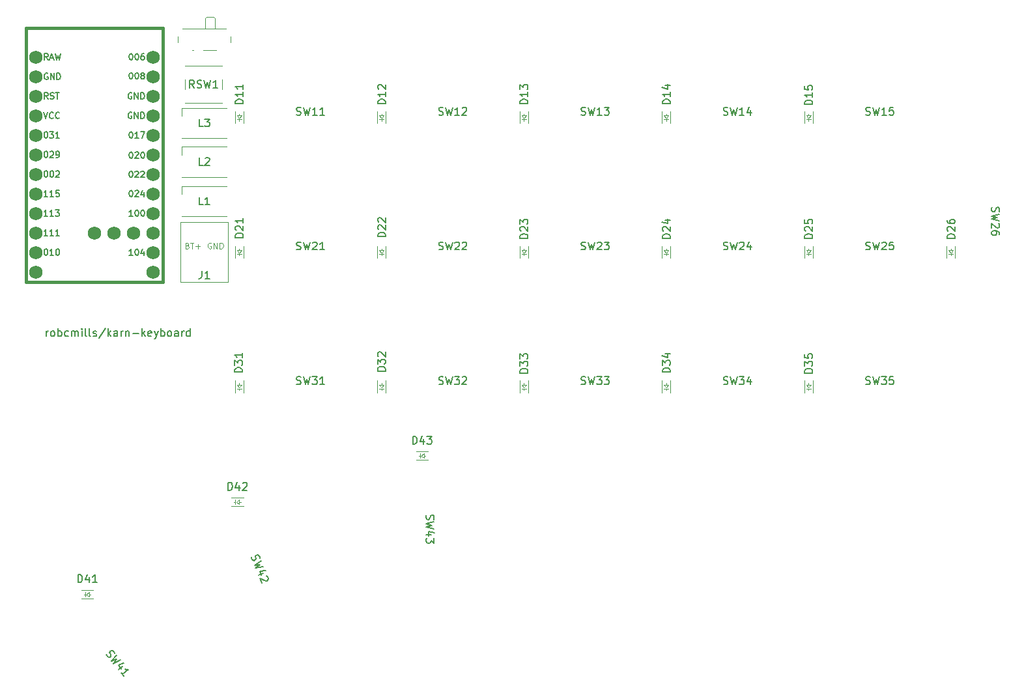
<source format=gbr>
%TF.GenerationSoftware,KiCad,Pcbnew,(6.0.7-1)-1*%
%TF.CreationDate,2022-09-19T22:00:20-07:00*%
%TF.ProjectId,karn-right,6b61726e-2d72-4696-9768-742e6b696361,rev?*%
%TF.SameCoordinates,Original*%
%TF.FileFunction,Legend,Top*%
%TF.FilePolarity,Positive*%
%FSLAX46Y46*%
G04 Gerber Fmt 4.6, Leading zero omitted, Abs format (unit mm)*
G04 Created by KiCad (PCBNEW (6.0.7-1)-1) date 2022-09-19 22:00:20*
%MOMM*%
%LPD*%
G01*
G04 APERTURE LIST*
%ADD10C,0.150000*%
%ADD11C,0.100000*%
%ADD12C,0.120000*%
%ADD13C,0.381000*%
%ADD14C,1.752600*%
G04 APERTURE END LIST*
D10*
X57666666Y-72452380D02*
X57666666Y-71785714D01*
X57666666Y-71976190D02*
X57714285Y-71880952D01*
X57761904Y-71833333D01*
X57857142Y-71785714D01*
X57952380Y-71785714D01*
X58428571Y-72452380D02*
X58333333Y-72404761D01*
X58285714Y-72357142D01*
X58238095Y-72261904D01*
X58238095Y-71976190D01*
X58285714Y-71880952D01*
X58333333Y-71833333D01*
X58428571Y-71785714D01*
X58571428Y-71785714D01*
X58666666Y-71833333D01*
X58714285Y-71880952D01*
X58761904Y-71976190D01*
X58761904Y-72261904D01*
X58714285Y-72357142D01*
X58666666Y-72404761D01*
X58571428Y-72452380D01*
X58428571Y-72452380D01*
X59190476Y-72452380D02*
X59190476Y-71452380D01*
X59190476Y-71833333D02*
X59285714Y-71785714D01*
X59476190Y-71785714D01*
X59571428Y-71833333D01*
X59619047Y-71880952D01*
X59666666Y-71976190D01*
X59666666Y-72261904D01*
X59619047Y-72357142D01*
X59571428Y-72404761D01*
X59476190Y-72452380D01*
X59285714Y-72452380D01*
X59190476Y-72404761D01*
X60523809Y-72404761D02*
X60428571Y-72452380D01*
X60238095Y-72452380D01*
X60142857Y-72404761D01*
X60095238Y-72357142D01*
X60047619Y-72261904D01*
X60047619Y-71976190D01*
X60095238Y-71880952D01*
X60142857Y-71833333D01*
X60238095Y-71785714D01*
X60428571Y-71785714D01*
X60523809Y-71833333D01*
X60952380Y-72452380D02*
X60952380Y-71785714D01*
X60952380Y-71880952D02*
X61000000Y-71833333D01*
X61095238Y-71785714D01*
X61238095Y-71785714D01*
X61333333Y-71833333D01*
X61380952Y-71928571D01*
X61380952Y-72452380D01*
X61380952Y-71928571D02*
X61428571Y-71833333D01*
X61523809Y-71785714D01*
X61666666Y-71785714D01*
X61761904Y-71833333D01*
X61809523Y-71928571D01*
X61809523Y-72452380D01*
X62285714Y-72452380D02*
X62285714Y-71785714D01*
X62285714Y-71452380D02*
X62238095Y-71500000D01*
X62285714Y-71547619D01*
X62333333Y-71500000D01*
X62285714Y-71452380D01*
X62285714Y-71547619D01*
X62904761Y-72452380D02*
X62809523Y-72404761D01*
X62761904Y-72309523D01*
X62761904Y-71452380D01*
X63428571Y-72452380D02*
X63333333Y-72404761D01*
X63285714Y-72309523D01*
X63285714Y-71452380D01*
X63761904Y-72404761D02*
X63857142Y-72452380D01*
X64047619Y-72452380D01*
X64142857Y-72404761D01*
X64190476Y-72309523D01*
X64190476Y-72261904D01*
X64142857Y-72166666D01*
X64047619Y-72119047D01*
X63904761Y-72119047D01*
X63809523Y-72071428D01*
X63761904Y-71976190D01*
X63761904Y-71928571D01*
X63809523Y-71833333D01*
X63904761Y-71785714D01*
X64047619Y-71785714D01*
X64142857Y-71833333D01*
X65333333Y-71404761D02*
X64476190Y-72690476D01*
X65666666Y-72452380D02*
X65666666Y-71452380D01*
X65761904Y-72071428D02*
X66047619Y-72452380D01*
X66047619Y-71785714D02*
X65666666Y-72166666D01*
X66904761Y-72452380D02*
X66904761Y-71928571D01*
X66857142Y-71833333D01*
X66761904Y-71785714D01*
X66571428Y-71785714D01*
X66476190Y-71833333D01*
X66904761Y-72404761D02*
X66809523Y-72452380D01*
X66571428Y-72452380D01*
X66476190Y-72404761D01*
X66428571Y-72309523D01*
X66428571Y-72214285D01*
X66476190Y-72119047D01*
X66571428Y-72071428D01*
X66809523Y-72071428D01*
X66904761Y-72023809D01*
X67380952Y-72452380D02*
X67380952Y-71785714D01*
X67380952Y-71976190D02*
X67428571Y-71880952D01*
X67476190Y-71833333D01*
X67571428Y-71785714D01*
X67666666Y-71785714D01*
X68000000Y-71785714D02*
X68000000Y-72452380D01*
X68000000Y-71880952D02*
X68047619Y-71833333D01*
X68142857Y-71785714D01*
X68285714Y-71785714D01*
X68380952Y-71833333D01*
X68428571Y-71928571D01*
X68428571Y-72452380D01*
X68904761Y-72071428D02*
X69666666Y-72071428D01*
X70142857Y-72452380D02*
X70142857Y-71452380D01*
X70238095Y-72071428D02*
X70523809Y-72452380D01*
X70523809Y-71785714D02*
X70142857Y-72166666D01*
X71333333Y-72404761D02*
X71238095Y-72452380D01*
X71047619Y-72452380D01*
X70952380Y-72404761D01*
X70904761Y-72309523D01*
X70904761Y-71928571D01*
X70952380Y-71833333D01*
X71047619Y-71785714D01*
X71238095Y-71785714D01*
X71333333Y-71833333D01*
X71380952Y-71928571D01*
X71380952Y-72023809D01*
X70904761Y-72119047D01*
X71714285Y-71785714D02*
X71952380Y-72452380D01*
X72190476Y-71785714D02*
X71952380Y-72452380D01*
X71857142Y-72690476D01*
X71809523Y-72738095D01*
X71714285Y-72785714D01*
X72571428Y-72452380D02*
X72571428Y-71452380D01*
X72571428Y-71833333D02*
X72666666Y-71785714D01*
X72857142Y-71785714D01*
X72952380Y-71833333D01*
X73000000Y-71880952D01*
X73047619Y-71976190D01*
X73047619Y-72261904D01*
X73000000Y-72357142D01*
X72952380Y-72404761D01*
X72857142Y-72452380D01*
X72666666Y-72452380D01*
X72571428Y-72404761D01*
X73619047Y-72452380D02*
X73523809Y-72404761D01*
X73476190Y-72357142D01*
X73428571Y-72261904D01*
X73428571Y-71976190D01*
X73476190Y-71880952D01*
X73523809Y-71833333D01*
X73619047Y-71785714D01*
X73761904Y-71785714D01*
X73857142Y-71833333D01*
X73904761Y-71880952D01*
X73952380Y-71976190D01*
X73952380Y-72261904D01*
X73904761Y-72357142D01*
X73857142Y-72404761D01*
X73761904Y-72452380D01*
X73619047Y-72452380D01*
X74809523Y-72452380D02*
X74809523Y-71928571D01*
X74761904Y-71833333D01*
X74666666Y-71785714D01*
X74476190Y-71785714D01*
X74380952Y-71833333D01*
X74809523Y-72404761D02*
X74714285Y-72452380D01*
X74476190Y-72452380D01*
X74380952Y-72404761D01*
X74333333Y-72309523D01*
X74333333Y-72214285D01*
X74380952Y-72119047D01*
X74476190Y-72071428D01*
X74714285Y-72071428D01*
X74809523Y-72023809D01*
X75285714Y-72452380D02*
X75285714Y-71785714D01*
X75285714Y-71976190D02*
X75333333Y-71880952D01*
X75380952Y-71833333D01*
X75476190Y-71785714D01*
X75571428Y-71785714D01*
X76333333Y-72452380D02*
X76333333Y-71452380D01*
X76333333Y-72404761D02*
X76238095Y-72452380D01*
X76047619Y-72452380D01*
X75952380Y-72404761D01*
X75904761Y-72357142D01*
X75857142Y-72261904D01*
X75857142Y-71976190D01*
X75904761Y-71880952D01*
X75952380Y-71833333D01*
X76047619Y-71785714D01*
X76238095Y-71785714D01*
X76333333Y-71833333D01*
%TO.C,J1*%
X77879050Y-63961831D02*
X77879050Y-64676117D01*
X77831431Y-64818974D01*
X77736193Y-64914212D01*
X77593336Y-64961831D01*
X77498098Y-64961831D01*
X78879050Y-64961831D02*
X78307622Y-64961831D01*
X78593336Y-64961831D02*
X78593336Y-63961831D01*
X78498098Y-64104689D01*
X78402860Y-64199927D01*
X78307622Y-64247546D01*
D11*
X76003571Y-60649128D02*
X76110714Y-60684842D01*
X76146428Y-60720557D01*
X76182142Y-60791985D01*
X76182142Y-60899128D01*
X76146428Y-60970557D01*
X76110714Y-61006271D01*
X76039285Y-61041985D01*
X75753571Y-61041985D01*
X75753571Y-60291985D01*
X76003571Y-60291985D01*
X76075000Y-60327700D01*
X76110714Y-60363414D01*
X76146428Y-60434842D01*
X76146428Y-60506271D01*
X76110714Y-60577700D01*
X76075000Y-60613414D01*
X76003571Y-60649128D01*
X75753571Y-60649128D01*
X76396428Y-60291985D02*
X76825000Y-60291985D01*
X76610714Y-61041985D02*
X76610714Y-60291985D01*
X77075000Y-60756271D02*
X77646428Y-60756271D01*
X77360714Y-61041985D02*
X77360714Y-60470557D01*
X79078571Y-60327700D02*
X79007142Y-60291985D01*
X78900000Y-60291985D01*
X78792857Y-60327700D01*
X78721428Y-60399128D01*
X78685714Y-60470557D01*
X78650000Y-60613414D01*
X78650000Y-60720557D01*
X78685714Y-60863414D01*
X78721428Y-60934842D01*
X78792857Y-61006271D01*
X78900000Y-61041985D01*
X78971428Y-61041985D01*
X79078571Y-61006271D01*
X79114285Y-60970557D01*
X79114285Y-60720557D01*
X78971428Y-60720557D01*
X79435714Y-61041985D02*
X79435714Y-60291985D01*
X79864285Y-61041985D01*
X79864285Y-60291985D01*
X80221428Y-61041985D02*
X80221428Y-60291985D01*
X80400000Y-60291985D01*
X80507142Y-60327700D01*
X80578571Y-60399128D01*
X80614285Y-60470557D01*
X80650000Y-60613414D01*
X80650000Y-60720557D01*
X80614285Y-60863414D01*
X80578571Y-60934842D01*
X80507142Y-61006271D01*
X80400000Y-61041985D01*
X80221428Y-61041985D01*
D10*
%TO.C,RSW1*%
X76885714Y-40152380D02*
X76552380Y-39676190D01*
X76314285Y-40152380D02*
X76314285Y-39152380D01*
X76695238Y-39152380D01*
X76790476Y-39200000D01*
X76838095Y-39247619D01*
X76885714Y-39342857D01*
X76885714Y-39485714D01*
X76838095Y-39580952D01*
X76790476Y-39628571D01*
X76695238Y-39676190D01*
X76314285Y-39676190D01*
X77266666Y-40104761D02*
X77409523Y-40152380D01*
X77647619Y-40152380D01*
X77742857Y-40104761D01*
X77790476Y-40057142D01*
X77838095Y-39961904D01*
X77838095Y-39866666D01*
X77790476Y-39771428D01*
X77742857Y-39723809D01*
X77647619Y-39676190D01*
X77457142Y-39628571D01*
X77361904Y-39580952D01*
X77314285Y-39533333D01*
X77266666Y-39438095D01*
X77266666Y-39342857D01*
X77314285Y-39247619D01*
X77361904Y-39200000D01*
X77457142Y-39152380D01*
X77695238Y-39152380D01*
X77838095Y-39200000D01*
X78171428Y-39152380D02*
X78409523Y-40152380D01*
X78600000Y-39438095D01*
X78790476Y-40152380D01*
X79028571Y-39152380D01*
X79933333Y-40152380D02*
X79361904Y-40152380D01*
X79647619Y-40152380D02*
X79647619Y-39152380D01*
X79552380Y-39295238D01*
X79457142Y-39390476D01*
X79361904Y-39438095D01*
%TO.C,SW22*%
X108690476Y-61154761D02*
X108833333Y-61202380D01*
X109071428Y-61202380D01*
X109166666Y-61154761D01*
X109214285Y-61107142D01*
X109261904Y-61011904D01*
X109261904Y-60916666D01*
X109214285Y-60821428D01*
X109166666Y-60773809D01*
X109071428Y-60726190D01*
X108880952Y-60678571D01*
X108785714Y-60630952D01*
X108738095Y-60583333D01*
X108690476Y-60488095D01*
X108690476Y-60392857D01*
X108738095Y-60297619D01*
X108785714Y-60250000D01*
X108880952Y-60202380D01*
X109119047Y-60202380D01*
X109261904Y-60250000D01*
X109595238Y-60202380D02*
X109833333Y-61202380D01*
X110023809Y-60488095D01*
X110214285Y-61202380D01*
X110452380Y-60202380D01*
X110785714Y-60297619D02*
X110833333Y-60250000D01*
X110928571Y-60202380D01*
X111166666Y-60202380D01*
X111261904Y-60250000D01*
X111309523Y-60297619D01*
X111357142Y-60392857D01*
X111357142Y-60488095D01*
X111309523Y-60630952D01*
X110738095Y-61202380D01*
X111357142Y-61202380D01*
X111738095Y-60297619D02*
X111785714Y-60250000D01*
X111880952Y-60202380D01*
X112119047Y-60202380D01*
X112214285Y-60250000D01*
X112261904Y-60297619D01*
X112309523Y-60392857D01*
X112309523Y-60488095D01*
X112261904Y-60630952D01*
X111690476Y-61202380D01*
X112309523Y-61202380D01*
%TO.C,SW15*%
X164190476Y-43654761D02*
X164333333Y-43702380D01*
X164571428Y-43702380D01*
X164666666Y-43654761D01*
X164714285Y-43607142D01*
X164761904Y-43511904D01*
X164761904Y-43416666D01*
X164714285Y-43321428D01*
X164666666Y-43273809D01*
X164571428Y-43226190D01*
X164380952Y-43178571D01*
X164285714Y-43130952D01*
X164238095Y-43083333D01*
X164190476Y-42988095D01*
X164190476Y-42892857D01*
X164238095Y-42797619D01*
X164285714Y-42750000D01*
X164380952Y-42702380D01*
X164619047Y-42702380D01*
X164761904Y-42750000D01*
X165095238Y-42702380D02*
X165333333Y-43702380D01*
X165523809Y-42988095D01*
X165714285Y-43702380D01*
X165952380Y-42702380D01*
X166857142Y-43702380D02*
X166285714Y-43702380D01*
X166571428Y-43702380D02*
X166571428Y-42702380D01*
X166476190Y-42845238D01*
X166380952Y-42940476D01*
X166285714Y-42988095D01*
X167761904Y-42702380D02*
X167285714Y-42702380D01*
X167238095Y-43178571D01*
X167285714Y-43130952D01*
X167380952Y-43083333D01*
X167619047Y-43083333D01*
X167714285Y-43130952D01*
X167761904Y-43178571D01*
X167809523Y-43273809D01*
X167809523Y-43511904D01*
X167761904Y-43607142D01*
X167714285Y-43654761D01*
X167619047Y-43702380D01*
X167380952Y-43702380D01*
X167285714Y-43654761D01*
X167238095Y-43607142D01*
%TO.C,SW13*%
X127190476Y-43654761D02*
X127333333Y-43702380D01*
X127571428Y-43702380D01*
X127666666Y-43654761D01*
X127714285Y-43607142D01*
X127761904Y-43511904D01*
X127761904Y-43416666D01*
X127714285Y-43321428D01*
X127666666Y-43273809D01*
X127571428Y-43226190D01*
X127380952Y-43178571D01*
X127285714Y-43130952D01*
X127238095Y-43083333D01*
X127190476Y-42988095D01*
X127190476Y-42892857D01*
X127238095Y-42797619D01*
X127285714Y-42750000D01*
X127380952Y-42702380D01*
X127619047Y-42702380D01*
X127761904Y-42750000D01*
X128095238Y-42702380D02*
X128333333Y-43702380D01*
X128523809Y-42988095D01*
X128714285Y-43702380D01*
X128952380Y-42702380D01*
X129857142Y-43702380D02*
X129285714Y-43702380D01*
X129571428Y-43702380D02*
X129571428Y-42702380D01*
X129476190Y-42845238D01*
X129380952Y-42940476D01*
X129285714Y-42988095D01*
X130190476Y-42702380D02*
X130809523Y-42702380D01*
X130476190Y-43083333D01*
X130619047Y-43083333D01*
X130714285Y-43130952D01*
X130761904Y-43178571D01*
X130809523Y-43273809D01*
X130809523Y-43511904D01*
X130761904Y-43607142D01*
X130714285Y-43654761D01*
X130619047Y-43702380D01*
X130333333Y-43702380D01*
X130238095Y-43654761D01*
X130190476Y-43607142D01*
%TO.C,SW42*%
X84349367Y-101120735D02*
X84358731Y-101271028D01*
X84447923Y-101491786D01*
X84527751Y-101562251D01*
X84589741Y-101588564D01*
X84695883Y-101597039D01*
X84784186Y-101561362D01*
X84854651Y-101481534D01*
X84880964Y-101419544D01*
X84889439Y-101313402D01*
X84862237Y-101118957D01*
X84870712Y-101012815D01*
X84897025Y-100950825D01*
X84967490Y-100870997D01*
X85055793Y-100835320D01*
X85161935Y-100843795D01*
X85223925Y-100870108D01*
X85303753Y-100940573D01*
X85392945Y-101161331D01*
X85402309Y-101311624D01*
X85571329Y-101602847D02*
X84733337Y-102198212D01*
X85466965Y-102107242D01*
X84876045Y-102551425D01*
X85892421Y-102397576D01*
X85886612Y-103273022D02*
X85268490Y-103522760D01*
X86150633Y-102909557D02*
X85399167Y-102956375D01*
X85631066Y-103530346D01*
X86285754Y-103625347D02*
X86347744Y-103651660D01*
X86427573Y-103722125D01*
X86516765Y-103942883D01*
X86508290Y-104049024D01*
X86481977Y-104111014D01*
X86411512Y-104190843D01*
X86323209Y-104226520D01*
X86172916Y-104235883D01*
X85429035Y-103920125D01*
X85660935Y-104494096D01*
%TO.C,SW31*%
X90190476Y-78654761D02*
X90333333Y-78702380D01*
X90571428Y-78702380D01*
X90666666Y-78654761D01*
X90714285Y-78607142D01*
X90761904Y-78511904D01*
X90761904Y-78416666D01*
X90714285Y-78321428D01*
X90666666Y-78273809D01*
X90571428Y-78226190D01*
X90380952Y-78178571D01*
X90285714Y-78130952D01*
X90238095Y-78083333D01*
X90190476Y-77988095D01*
X90190476Y-77892857D01*
X90238095Y-77797619D01*
X90285714Y-77750000D01*
X90380952Y-77702380D01*
X90619047Y-77702380D01*
X90761904Y-77750000D01*
X91095238Y-77702380D02*
X91333333Y-78702380D01*
X91523809Y-77988095D01*
X91714285Y-78702380D01*
X91952380Y-77702380D01*
X92238095Y-77702380D02*
X92857142Y-77702380D01*
X92523809Y-78083333D01*
X92666666Y-78083333D01*
X92761904Y-78130952D01*
X92809523Y-78178571D01*
X92857142Y-78273809D01*
X92857142Y-78511904D01*
X92809523Y-78607142D01*
X92761904Y-78654761D01*
X92666666Y-78702380D01*
X92380952Y-78702380D01*
X92285714Y-78654761D01*
X92238095Y-78607142D01*
X93809523Y-78702380D02*
X93238095Y-78702380D01*
X93523809Y-78702380D02*
X93523809Y-77702380D01*
X93428571Y-77845238D01*
X93333333Y-77940476D01*
X93238095Y-77988095D01*
%TO.C,SW26*%
X180595238Y-55690476D02*
X180547619Y-55833333D01*
X180547619Y-56071428D01*
X180595238Y-56166666D01*
X180642857Y-56214285D01*
X180738095Y-56261904D01*
X180833333Y-56261904D01*
X180928571Y-56214285D01*
X180976190Y-56166666D01*
X181023809Y-56071428D01*
X181071428Y-55880952D01*
X181119047Y-55785714D01*
X181166666Y-55738095D01*
X181261904Y-55690476D01*
X181357142Y-55690476D01*
X181452380Y-55738095D01*
X181500000Y-55785714D01*
X181547619Y-55880952D01*
X181547619Y-56119047D01*
X181500000Y-56261904D01*
X181547619Y-56595238D02*
X180547619Y-56833333D01*
X181261904Y-57023809D01*
X180547619Y-57214285D01*
X181547619Y-57452380D01*
X181452380Y-57785714D02*
X181500000Y-57833333D01*
X181547619Y-57928571D01*
X181547619Y-58166666D01*
X181500000Y-58261904D01*
X181452380Y-58309523D01*
X181357142Y-58357142D01*
X181261904Y-58357142D01*
X181119047Y-58309523D01*
X180547619Y-57738095D01*
X180547619Y-58357142D01*
X181547619Y-59214285D02*
X181547619Y-59023809D01*
X181500000Y-58928571D01*
X181452380Y-58880952D01*
X181309523Y-58785714D01*
X181119047Y-58738095D01*
X180738095Y-58738095D01*
X180642857Y-58785714D01*
X180595238Y-58833333D01*
X180547619Y-58928571D01*
X180547619Y-59119047D01*
X180595238Y-59214285D01*
X180642857Y-59261904D01*
X180738095Y-59309523D01*
X180976190Y-59309523D01*
X181071428Y-59261904D01*
X181119047Y-59214285D01*
X181166666Y-59119047D01*
X181166666Y-58928571D01*
X181119047Y-58833333D01*
X181071428Y-58785714D01*
X180976190Y-58738095D01*
%TO.C,SW33*%
X127190476Y-78654761D02*
X127333333Y-78702380D01*
X127571428Y-78702380D01*
X127666666Y-78654761D01*
X127714285Y-78607142D01*
X127761904Y-78511904D01*
X127761904Y-78416666D01*
X127714285Y-78321428D01*
X127666666Y-78273809D01*
X127571428Y-78226190D01*
X127380952Y-78178571D01*
X127285714Y-78130952D01*
X127238095Y-78083333D01*
X127190476Y-77988095D01*
X127190476Y-77892857D01*
X127238095Y-77797619D01*
X127285714Y-77750000D01*
X127380952Y-77702380D01*
X127619047Y-77702380D01*
X127761904Y-77750000D01*
X128095238Y-77702380D02*
X128333333Y-78702380D01*
X128523809Y-77988095D01*
X128714285Y-78702380D01*
X128952380Y-77702380D01*
X129238095Y-77702380D02*
X129857142Y-77702380D01*
X129523809Y-78083333D01*
X129666666Y-78083333D01*
X129761904Y-78130952D01*
X129809523Y-78178571D01*
X129857142Y-78273809D01*
X129857142Y-78511904D01*
X129809523Y-78607142D01*
X129761904Y-78654761D01*
X129666666Y-78702380D01*
X129380952Y-78702380D01*
X129285714Y-78654761D01*
X129238095Y-78607142D01*
X130190476Y-77702380D02*
X130809523Y-77702380D01*
X130476190Y-78083333D01*
X130619047Y-78083333D01*
X130714285Y-78130952D01*
X130761904Y-78178571D01*
X130809523Y-78273809D01*
X130809523Y-78511904D01*
X130761904Y-78607142D01*
X130714285Y-78654761D01*
X130619047Y-78702380D01*
X130333333Y-78702380D01*
X130238095Y-78654761D01*
X130190476Y-78607142D01*
%TO.C,SW25*%
X164190476Y-61154761D02*
X164333333Y-61202380D01*
X164571428Y-61202380D01*
X164666666Y-61154761D01*
X164714285Y-61107142D01*
X164761904Y-61011904D01*
X164761904Y-60916666D01*
X164714285Y-60821428D01*
X164666666Y-60773809D01*
X164571428Y-60726190D01*
X164380952Y-60678571D01*
X164285714Y-60630952D01*
X164238095Y-60583333D01*
X164190476Y-60488095D01*
X164190476Y-60392857D01*
X164238095Y-60297619D01*
X164285714Y-60250000D01*
X164380952Y-60202380D01*
X164619047Y-60202380D01*
X164761904Y-60250000D01*
X165095238Y-60202380D02*
X165333333Y-61202380D01*
X165523809Y-60488095D01*
X165714285Y-61202380D01*
X165952380Y-60202380D01*
X166285714Y-60297619D02*
X166333333Y-60250000D01*
X166428571Y-60202380D01*
X166666666Y-60202380D01*
X166761904Y-60250000D01*
X166809523Y-60297619D01*
X166857142Y-60392857D01*
X166857142Y-60488095D01*
X166809523Y-60630952D01*
X166238095Y-61202380D01*
X166857142Y-61202380D01*
X167761904Y-60202380D02*
X167285714Y-60202380D01*
X167238095Y-60678571D01*
X167285714Y-60630952D01*
X167380952Y-60583333D01*
X167619047Y-60583333D01*
X167714285Y-60630952D01*
X167761904Y-60678571D01*
X167809523Y-60773809D01*
X167809523Y-61011904D01*
X167761904Y-61107142D01*
X167714285Y-61154761D01*
X167619047Y-61202380D01*
X167380952Y-61202380D01*
X167285714Y-61154761D01*
X167238095Y-61107142D01*
%TO.C,SW32*%
X108690476Y-78654761D02*
X108833333Y-78702380D01*
X109071428Y-78702380D01*
X109166666Y-78654761D01*
X109214285Y-78607142D01*
X109261904Y-78511904D01*
X109261904Y-78416666D01*
X109214285Y-78321428D01*
X109166666Y-78273809D01*
X109071428Y-78226190D01*
X108880952Y-78178571D01*
X108785714Y-78130952D01*
X108738095Y-78083333D01*
X108690476Y-77988095D01*
X108690476Y-77892857D01*
X108738095Y-77797619D01*
X108785714Y-77750000D01*
X108880952Y-77702380D01*
X109119047Y-77702380D01*
X109261904Y-77750000D01*
X109595238Y-77702380D02*
X109833333Y-78702380D01*
X110023809Y-77988095D01*
X110214285Y-78702380D01*
X110452380Y-77702380D01*
X110738095Y-77702380D02*
X111357142Y-77702380D01*
X111023809Y-78083333D01*
X111166666Y-78083333D01*
X111261904Y-78130952D01*
X111309523Y-78178571D01*
X111357142Y-78273809D01*
X111357142Y-78511904D01*
X111309523Y-78607142D01*
X111261904Y-78654761D01*
X111166666Y-78702380D01*
X110880952Y-78702380D01*
X110785714Y-78654761D01*
X110738095Y-78607142D01*
X111738095Y-77797619D02*
X111785714Y-77750000D01*
X111880952Y-77702380D01*
X112119047Y-77702380D01*
X112214285Y-77750000D01*
X112261904Y-77797619D01*
X112309523Y-77892857D01*
X112309523Y-77988095D01*
X112261904Y-78130952D01*
X111690476Y-78702380D01*
X112309523Y-78702380D01*
%TO.C,SW21*%
X90190476Y-61154761D02*
X90333333Y-61202380D01*
X90571428Y-61202380D01*
X90666666Y-61154761D01*
X90714285Y-61107142D01*
X90761904Y-61011904D01*
X90761904Y-60916666D01*
X90714285Y-60821428D01*
X90666666Y-60773809D01*
X90571428Y-60726190D01*
X90380952Y-60678571D01*
X90285714Y-60630952D01*
X90238095Y-60583333D01*
X90190476Y-60488095D01*
X90190476Y-60392857D01*
X90238095Y-60297619D01*
X90285714Y-60250000D01*
X90380952Y-60202380D01*
X90619047Y-60202380D01*
X90761904Y-60250000D01*
X91095238Y-60202380D02*
X91333333Y-61202380D01*
X91523809Y-60488095D01*
X91714285Y-61202380D01*
X91952380Y-60202380D01*
X92285714Y-60297619D02*
X92333333Y-60250000D01*
X92428571Y-60202380D01*
X92666666Y-60202380D01*
X92761904Y-60250000D01*
X92809523Y-60297619D01*
X92857142Y-60392857D01*
X92857142Y-60488095D01*
X92809523Y-60630952D01*
X92238095Y-61202380D01*
X92857142Y-61202380D01*
X93809523Y-61202380D02*
X93238095Y-61202380D01*
X93523809Y-61202380D02*
X93523809Y-60202380D01*
X93428571Y-60345238D01*
X93333333Y-60440476D01*
X93238095Y-60488095D01*
%TO.C,SW41*%
X65450853Y-113801000D02*
X65506202Y-113941044D01*
X65659247Y-114123435D01*
X65756943Y-114165783D01*
X65824030Y-114171652D01*
X65927596Y-114146913D01*
X66000552Y-114085695D01*
X66042900Y-113987999D01*
X66048769Y-113920911D01*
X66024030Y-113817346D01*
X65938072Y-113640824D01*
X65913333Y-113537258D01*
X65919202Y-113470171D01*
X65961550Y-113372475D01*
X66034506Y-113311257D01*
X66138072Y-113286517D01*
X66205159Y-113292387D01*
X66302855Y-113334734D01*
X66455900Y-113517126D01*
X66511248Y-113657170D01*
X66761989Y-113881909D02*
X66148990Y-114707088D01*
X66818600Y-114393867D01*
X66393861Y-114998915D01*
X67312950Y-114538518D01*
X67577954Y-115372912D02*
X67067258Y-115801437D01*
X67716736Y-114945649D02*
X67016516Y-115222392D01*
X67414432Y-115696610D01*
X67740654Y-116603960D02*
X67373347Y-116166220D01*
X67557000Y-116385090D02*
X68323045Y-115742303D01*
X68152392Y-115761173D01*
X68018218Y-115749434D01*
X67920521Y-115707086D01*
%TO.C,SW12*%
X108690476Y-43654761D02*
X108833333Y-43702380D01*
X109071428Y-43702380D01*
X109166666Y-43654761D01*
X109214285Y-43607142D01*
X109261904Y-43511904D01*
X109261904Y-43416666D01*
X109214285Y-43321428D01*
X109166666Y-43273809D01*
X109071428Y-43226190D01*
X108880952Y-43178571D01*
X108785714Y-43130952D01*
X108738095Y-43083333D01*
X108690476Y-42988095D01*
X108690476Y-42892857D01*
X108738095Y-42797619D01*
X108785714Y-42750000D01*
X108880952Y-42702380D01*
X109119047Y-42702380D01*
X109261904Y-42750000D01*
X109595238Y-42702380D02*
X109833333Y-43702380D01*
X110023809Y-42988095D01*
X110214285Y-43702380D01*
X110452380Y-42702380D01*
X111357142Y-43702380D02*
X110785714Y-43702380D01*
X111071428Y-43702380D02*
X111071428Y-42702380D01*
X110976190Y-42845238D01*
X110880952Y-42940476D01*
X110785714Y-42988095D01*
X111738095Y-42797619D02*
X111785714Y-42750000D01*
X111880952Y-42702380D01*
X112119047Y-42702380D01*
X112214285Y-42750000D01*
X112261904Y-42797619D01*
X112309523Y-42892857D01*
X112309523Y-42988095D01*
X112261904Y-43130952D01*
X111690476Y-43702380D01*
X112309523Y-43702380D01*
%TO.C,SW35*%
X164190476Y-78654761D02*
X164333333Y-78702380D01*
X164571428Y-78702380D01*
X164666666Y-78654761D01*
X164714285Y-78607142D01*
X164761904Y-78511904D01*
X164761904Y-78416666D01*
X164714285Y-78321428D01*
X164666666Y-78273809D01*
X164571428Y-78226190D01*
X164380952Y-78178571D01*
X164285714Y-78130952D01*
X164238095Y-78083333D01*
X164190476Y-77988095D01*
X164190476Y-77892857D01*
X164238095Y-77797619D01*
X164285714Y-77750000D01*
X164380952Y-77702380D01*
X164619047Y-77702380D01*
X164761904Y-77750000D01*
X165095238Y-77702380D02*
X165333333Y-78702380D01*
X165523809Y-77988095D01*
X165714285Y-78702380D01*
X165952380Y-77702380D01*
X166238095Y-77702380D02*
X166857142Y-77702380D01*
X166523809Y-78083333D01*
X166666666Y-78083333D01*
X166761904Y-78130952D01*
X166809523Y-78178571D01*
X166857142Y-78273809D01*
X166857142Y-78511904D01*
X166809523Y-78607142D01*
X166761904Y-78654761D01*
X166666666Y-78702380D01*
X166380952Y-78702380D01*
X166285714Y-78654761D01*
X166238095Y-78607142D01*
X167761904Y-77702380D02*
X167285714Y-77702380D01*
X167238095Y-78178571D01*
X167285714Y-78130952D01*
X167380952Y-78083333D01*
X167619047Y-78083333D01*
X167714285Y-78130952D01*
X167761904Y-78178571D01*
X167809523Y-78273809D01*
X167809523Y-78511904D01*
X167761904Y-78607142D01*
X167714285Y-78654761D01*
X167619047Y-78702380D01*
X167380952Y-78702380D01*
X167285714Y-78654761D01*
X167238095Y-78607142D01*
%TO.C,SW11*%
X90190476Y-43654761D02*
X90333333Y-43702380D01*
X90571428Y-43702380D01*
X90666666Y-43654761D01*
X90714285Y-43607142D01*
X90761904Y-43511904D01*
X90761904Y-43416666D01*
X90714285Y-43321428D01*
X90666666Y-43273809D01*
X90571428Y-43226190D01*
X90380952Y-43178571D01*
X90285714Y-43130952D01*
X90238095Y-43083333D01*
X90190476Y-42988095D01*
X90190476Y-42892857D01*
X90238095Y-42797619D01*
X90285714Y-42750000D01*
X90380952Y-42702380D01*
X90619047Y-42702380D01*
X90761904Y-42750000D01*
X91095238Y-42702380D02*
X91333333Y-43702380D01*
X91523809Y-42988095D01*
X91714285Y-43702380D01*
X91952380Y-42702380D01*
X92857142Y-43702380D02*
X92285714Y-43702380D01*
X92571428Y-43702380D02*
X92571428Y-42702380D01*
X92476190Y-42845238D01*
X92380952Y-42940476D01*
X92285714Y-42988095D01*
X93809523Y-43702380D02*
X93238095Y-43702380D01*
X93523809Y-43702380D02*
X93523809Y-42702380D01*
X93428571Y-42845238D01*
X93333333Y-42940476D01*
X93238095Y-42988095D01*
%TO.C,SW23*%
X127190476Y-61154761D02*
X127333333Y-61202380D01*
X127571428Y-61202380D01*
X127666666Y-61154761D01*
X127714285Y-61107142D01*
X127761904Y-61011904D01*
X127761904Y-60916666D01*
X127714285Y-60821428D01*
X127666666Y-60773809D01*
X127571428Y-60726190D01*
X127380952Y-60678571D01*
X127285714Y-60630952D01*
X127238095Y-60583333D01*
X127190476Y-60488095D01*
X127190476Y-60392857D01*
X127238095Y-60297619D01*
X127285714Y-60250000D01*
X127380952Y-60202380D01*
X127619047Y-60202380D01*
X127761904Y-60250000D01*
X128095238Y-60202380D02*
X128333333Y-61202380D01*
X128523809Y-60488095D01*
X128714285Y-61202380D01*
X128952380Y-60202380D01*
X129285714Y-60297619D02*
X129333333Y-60250000D01*
X129428571Y-60202380D01*
X129666666Y-60202380D01*
X129761904Y-60250000D01*
X129809523Y-60297619D01*
X129857142Y-60392857D01*
X129857142Y-60488095D01*
X129809523Y-60630952D01*
X129238095Y-61202380D01*
X129857142Y-61202380D01*
X130190476Y-60202380D02*
X130809523Y-60202380D01*
X130476190Y-60583333D01*
X130619047Y-60583333D01*
X130714285Y-60630952D01*
X130761904Y-60678571D01*
X130809523Y-60773809D01*
X130809523Y-61011904D01*
X130761904Y-61107142D01*
X130714285Y-61154761D01*
X130619047Y-61202380D01*
X130333333Y-61202380D01*
X130238095Y-61154761D01*
X130190476Y-61107142D01*
%TO.C,SW34*%
X145690476Y-78654761D02*
X145833333Y-78702380D01*
X146071428Y-78702380D01*
X146166666Y-78654761D01*
X146214285Y-78607142D01*
X146261904Y-78511904D01*
X146261904Y-78416666D01*
X146214285Y-78321428D01*
X146166666Y-78273809D01*
X146071428Y-78226190D01*
X145880952Y-78178571D01*
X145785714Y-78130952D01*
X145738095Y-78083333D01*
X145690476Y-77988095D01*
X145690476Y-77892857D01*
X145738095Y-77797619D01*
X145785714Y-77750000D01*
X145880952Y-77702380D01*
X146119047Y-77702380D01*
X146261904Y-77750000D01*
X146595238Y-77702380D02*
X146833333Y-78702380D01*
X147023809Y-77988095D01*
X147214285Y-78702380D01*
X147452380Y-77702380D01*
X147738095Y-77702380D02*
X148357142Y-77702380D01*
X148023809Y-78083333D01*
X148166666Y-78083333D01*
X148261904Y-78130952D01*
X148309523Y-78178571D01*
X148357142Y-78273809D01*
X148357142Y-78511904D01*
X148309523Y-78607142D01*
X148261904Y-78654761D01*
X148166666Y-78702380D01*
X147880952Y-78702380D01*
X147785714Y-78654761D01*
X147738095Y-78607142D01*
X149214285Y-78035714D02*
X149214285Y-78702380D01*
X148976190Y-77654761D02*
X148738095Y-78369047D01*
X149357142Y-78369047D01*
%TO.C,SW43*%
X107095238Y-95690476D02*
X107047619Y-95833333D01*
X107047619Y-96071428D01*
X107095238Y-96166666D01*
X107142857Y-96214285D01*
X107238095Y-96261904D01*
X107333333Y-96261904D01*
X107428571Y-96214285D01*
X107476190Y-96166666D01*
X107523809Y-96071428D01*
X107571428Y-95880952D01*
X107619047Y-95785714D01*
X107666666Y-95738095D01*
X107761904Y-95690476D01*
X107857142Y-95690476D01*
X107952380Y-95738095D01*
X108000000Y-95785714D01*
X108047619Y-95880952D01*
X108047619Y-96119047D01*
X108000000Y-96261904D01*
X108047619Y-96595238D02*
X107047619Y-96833333D01*
X107761904Y-97023809D01*
X107047619Y-97214285D01*
X108047619Y-97452380D01*
X107714285Y-98261904D02*
X107047619Y-98261904D01*
X108095238Y-98023809D02*
X107380952Y-97785714D01*
X107380952Y-98404761D01*
X108047619Y-98690476D02*
X108047619Y-99309523D01*
X107666666Y-98976190D01*
X107666666Y-99119047D01*
X107619047Y-99214285D01*
X107571428Y-99261904D01*
X107476190Y-99309523D01*
X107238095Y-99309523D01*
X107142857Y-99261904D01*
X107095238Y-99214285D01*
X107047619Y-99119047D01*
X107047619Y-98833333D01*
X107095238Y-98738095D01*
X107142857Y-98690476D01*
%TO.C,SW14*%
X145690476Y-43654761D02*
X145833333Y-43702380D01*
X146071428Y-43702380D01*
X146166666Y-43654761D01*
X146214285Y-43607142D01*
X146261904Y-43511904D01*
X146261904Y-43416666D01*
X146214285Y-43321428D01*
X146166666Y-43273809D01*
X146071428Y-43226190D01*
X145880952Y-43178571D01*
X145785714Y-43130952D01*
X145738095Y-43083333D01*
X145690476Y-42988095D01*
X145690476Y-42892857D01*
X145738095Y-42797619D01*
X145785714Y-42750000D01*
X145880952Y-42702380D01*
X146119047Y-42702380D01*
X146261904Y-42750000D01*
X146595238Y-42702380D02*
X146833333Y-43702380D01*
X147023809Y-42988095D01*
X147214285Y-43702380D01*
X147452380Y-42702380D01*
X148357142Y-43702380D02*
X147785714Y-43702380D01*
X148071428Y-43702380D02*
X148071428Y-42702380D01*
X147976190Y-42845238D01*
X147880952Y-42940476D01*
X147785714Y-42988095D01*
X149214285Y-43035714D02*
X149214285Y-43702380D01*
X148976190Y-42654761D02*
X148738095Y-43369047D01*
X149357142Y-43369047D01*
%TO.C,SW24*%
X145690476Y-61154761D02*
X145833333Y-61202380D01*
X146071428Y-61202380D01*
X146166666Y-61154761D01*
X146214285Y-61107142D01*
X146261904Y-61011904D01*
X146261904Y-60916666D01*
X146214285Y-60821428D01*
X146166666Y-60773809D01*
X146071428Y-60726190D01*
X145880952Y-60678571D01*
X145785714Y-60630952D01*
X145738095Y-60583333D01*
X145690476Y-60488095D01*
X145690476Y-60392857D01*
X145738095Y-60297619D01*
X145785714Y-60250000D01*
X145880952Y-60202380D01*
X146119047Y-60202380D01*
X146261904Y-60250000D01*
X146595238Y-60202380D02*
X146833333Y-61202380D01*
X147023809Y-60488095D01*
X147214285Y-61202380D01*
X147452380Y-60202380D01*
X147785714Y-60297619D02*
X147833333Y-60250000D01*
X147928571Y-60202380D01*
X148166666Y-60202380D01*
X148261904Y-60250000D01*
X148309523Y-60297619D01*
X148357142Y-60392857D01*
X148357142Y-60488095D01*
X148309523Y-60630952D01*
X147738095Y-61202380D01*
X148357142Y-61202380D01*
X149214285Y-60535714D02*
X149214285Y-61202380D01*
X148976190Y-60154761D02*
X148738095Y-60869047D01*
X149357142Y-60869047D01*
%TO.C,D24*%
X138752380Y-59714285D02*
X137752380Y-59714285D01*
X137752380Y-59476190D01*
X137800000Y-59333333D01*
X137895238Y-59238095D01*
X137990476Y-59190476D01*
X138180952Y-59142857D01*
X138323809Y-59142857D01*
X138514285Y-59190476D01*
X138609523Y-59238095D01*
X138704761Y-59333333D01*
X138752380Y-59476190D01*
X138752380Y-59714285D01*
X137847619Y-58761904D02*
X137800000Y-58714285D01*
X137752380Y-58619047D01*
X137752380Y-58380952D01*
X137800000Y-58285714D01*
X137847619Y-58238095D01*
X137942857Y-58190476D01*
X138038095Y-58190476D01*
X138180952Y-58238095D01*
X138752380Y-58809523D01*
X138752380Y-58190476D01*
X138085714Y-57333333D02*
X138752380Y-57333333D01*
X137704761Y-57571428D02*
X138419047Y-57809523D01*
X138419047Y-57190476D01*
%TO.C,D22*%
X101752380Y-59514285D02*
X100752380Y-59514285D01*
X100752380Y-59276190D01*
X100800000Y-59133333D01*
X100895238Y-59038095D01*
X100990476Y-58990476D01*
X101180952Y-58942857D01*
X101323809Y-58942857D01*
X101514285Y-58990476D01*
X101609523Y-59038095D01*
X101704761Y-59133333D01*
X101752380Y-59276190D01*
X101752380Y-59514285D01*
X100847619Y-58561904D02*
X100800000Y-58514285D01*
X100752380Y-58419047D01*
X100752380Y-58180952D01*
X100800000Y-58085714D01*
X100847619Y-58038095D01*
X100942857Y-57990476D01*
X101038095Y-57990476D01*
X101180952Y-58038095D01*
X101752380Y-58609523D01*
X101752380Y-57990476D01*
X100847619Y-57609523D02*
X100800000Y-57561904D01*
X100752380Y-57466666D01*
X100752380Y-57228571D01*
X100800000Y-57133333D01*
X100847619Y-57085714D01*
X100942857Y-57038095D01*
X101038095Y-57038095D01*
X101180952Y-57085714D01*
X101752380Y-57657142D01*
X101752380Y-57038095D01*
%TO.C,D41*%
X61785714Y-104452380D02*
X61785714Y-103452380D01*
X62023809Y-103452380D01*
X62166666Y-103500000D01*
X62261904Y-103595238D01*
X62309523Y-103690476D01*
X62357142Y-103880952D01*
X62357142Y-104023809D01*
X62309523Y-104214285D01*
X62261904Y-104309523D01*
X62166666Y-104404761D01*
X62023809Y-104452380D01*
X61785714Y-104452380D01*
X63214285Y-103785714D02*
X63214285Y-104452380D01*
X62976190Y-103404761D02*
X62738095Y-104119047D01*
X63357142Y-104119047D01*
X64261904Y-104452380D02*
X63690476Y-104452380D01*
X63976190Y-104452380D02*
X63976190Y-103452380D01*
X63880952Y-103595238D01*
X63785714Y-103690476D01*
X63690476Y-103738095D01*
%TO.C,D11*%
X83252380Y-42214285D02*
X82252380Y-42214285D01*
X82252380Y-41976190D01*
X82300000Y-41833333D01*
X82395238Y-41738095D01*
X82490476Y-41690476D01*
X82680952Y-41642857D01*
X82823809Y-41642857D01*
X83014285Y-41690476D01*
X83109523Y-41738095D01*
X83204761Y-41833333D01*
X83252380Y-41976190D01*
X83252380Y-42214285D01*
X83252380Y-40690476D02*
X83252380Y-41261904D01*
X83252380Y-40976190D02*
X82252380Y-40976190D01*
X82395238Y-41071428D01*
X82490476Y-41166666D01*
X82538095Y-41261904D01*
X83252380Y-39738095D02*
X83252380Y-40309523D01*
X83252380Y-40023809D02*
X82252380Y-40023809D01*
X82395238Y-40119047D01*
X82490476Y-40214285D01*
X82538095Y-40309523D01*
%TO.C,D31*%
X83152380Y-77101573D02*
X82152380Y-77101573D01*
X82152380Y-76863478D01*
X82200000Y-76720621D01*
X82295238Y-76625383D01*
X82390476Y-76577764D01*
X82580952Y-76530145D01*
X82723809Y-76530145D01*
X82914285Y-76577764D01*
X83009523Y-76625383D01*
X83104761Y-76720621D01*
X83152380Y-76863478D01*
X83152380Y-77101573D01*
X82152380Y-76196811D02*
X82152380Y-75577764D01*
X82533333Y-75911097D01*
X82533333Y-75768240D01*
X82580952Y-75673002D01*
X82628571Y-75625383D01*
X82723809Y-75577764D01*
X82961904Y-75577764D01*
X83057142Y-75625383D01*
X83104761Y-75673002D01*
X83152380Y-75768240D01*
X83152380Y-76053954D01*
X83104761Y-76149192D01*
X83057142Y-76196811D01*
X83152380Y-74625383D02*
X83152380Y-75196811D01*
X83152380Y-74911097D02*
X82152380Y-74911097D01*
X82295238Y-75006335D01*
X82390476Y-75101573D01*
X82438095Y-75196811D01*
%TO.C,D13*%
X120252380Y-42214285D02*
X119252380Y-42214285D01*
X119252380Y-41976190D01*
X119300000Y-41833333D01*
X119395238Y-41738095D01*
X119490476Y-41690476D01*
X119680952Y-41642857D01*
X119823809Y-41642857D01*
X120014285Y-41690476D01*
X120109523Y-41738095D01*
X120204761Y-41833333D01*
X120252380Y-41976190D01*
X120252380Y-42214285D01*
X120252380Y-40690476D02*
X120252380Y-41261904D01*
X120252380Y-40976190D02*
X119252380Y-40976190D01*
X119395238Y-41071428D01*
X119490476Y-41166666D01*
X119538095Y-41261904D01*
X119252380Y-40357142D02*
X119252380Y-39738095D01*
X119633333Y-40071428D01*
X119633333Y-39928571D01*
X119680952Y-39833333D01*
X119728571Y-39785714D01*
X119823809Y-39738095D01*
X120061904Y-39738095D01*
X120157142Y-39785714D01*
X120204761Y-39833333D01*
X120252380Y-39928571D01*
X120252380Y-40214285D01*
X120204761Y-40309523D01*
X120157142Y-40357142D01*
%TO.C,D33*%
X120252380Y-77214285D02*
X119252380Y-77214285D01*
X119252380Y-76976190D01*
X119300000Y-76833333D01*
X119395238Y-76738095D01*
X119490476Y-76690476D01*
X119680952Y-76642857D01*
X119823809Y-76642857D01*
X120014285Y-76690476D01*
X120109523Y-76738095D01*
X120204761Y-76833333D01*
X120252380Y-76976190D01*
X120252380Y-77214285D01*
X119252380Y-76309523D02*
X119252380Y-75690476D01*
X119633333Y-76023809D01*
X119633333Y-75880952D01*
X119680952Y-75785714D01*
X119728571Y-75738095D01*
X119823809Y-75690476D01*
X120061904Y-75690476D01*
X120157142Y-75738095D01*
X120204761Y-75785714D01*
X120252380Y-75880952D01*
X120252380Y-76166666D01*
X120204761Y-76261904D01*
X120157142Y-76309523D01*
X119252380Y-75357142D02*
X119252380Y-74738095D01*
X119633333Y-75071428D01*
X119633333Y-74928571D01*
X119680952Y-74833333D01*
X119728571Y-74785714D01*
X119823809Y-74738095D01*
X120061904Y-74738095D01*
X120157142Y-74785714D01*
X120204761Y-74833333D01*
X120252380Y-74928571D01*
X120252380Y-75214285D01*
X120204761Y-75309523D01*
X120157142Y-75357142D01*
%TO.C,D14*%
X138752380Y-42214285D02*
X137752380Y-42214285D01*
X137752380Y-41976190D01*
X137800000Y-41833333D01*
X137895238Y-41738095D01*
X137990476Y-41690476D01*
X138180952Y-41642857D01*
X138323809Y-41642857D01*
X138514285Y-41690476D01*
X138609523Y-41738095D01*
X138704761Y-41833333D01*
X138752380Y-41976190D01*
X138752380Y-42214285D01*
X138752380Y-40690476D02*
X138752380Y-41261904D01*
X138752380Y-40976190D02*
X137752380Y-40976190D01*
X137895238Y-41071428D01*
X137990476Y-41166666D01*
X138038095Y-41261904D01*
X138085714Y-39833333D02*
X138752380Y-39833333D01*
X137704761Y-40071428D02*
X138419047Y-40309523D01*
X138419047Y-39690476D01*
%TO.C,D21*%
X83252380Y-59614285D02*
X82252380Y-59614285D01*
X82252380Y-59376190D01*
X82300000Y-59233333D01*
X82395238Y-59138095D01*
X82490476Y-59090476D01*
X82680952Y-59042857D01*
X82823809Y-59042857D01*
X83014285Y-59090476D01*
X83109523Y-59138095D01*
X83204761Y-59233333D01*
X83252380Y-59376190D01*
X83252380Y-59614285D01*
X82347619Y-58661904D02*
X82300000Y-58614285D01*
X82252380Y-58519047D01*
X82252380Y-58280952D01*
X82300000Y-58185714D01*
X82347619Y-58138095D01*
X82442857Y-58090476D01*
X82538095Y-58090476D01*
X82680952Y-58138095D01*
X83252380Y-58709523D01*
X83252380Y-58090476D01*
X83252380Y-57138095D02*
X83252380Y-57709523D01*
X83252380Y-57423809D02*
X82252380Y-57423809D01*
X82395238Y-57519047D01*
X82490476Y-57614285D01*
X82538095Y-57709523D01*
%TO.C,D32*%
X101734180Y-76964720D02*
X100734180Y-76964720D01*
X100734180Y-76726625D01*
X100781800Y-76583768D01*
X100877038Y-76488530D01*
X100972276Y-76440911D01*
X101162752Y-76393292D01*
X101305609Y-76393292D01*
X101496085Y-76440911D01*
X101591323Y-76488530D01*
X101686561Y-76583768D01*
X101734180Y-76726625D01*
X101734180Y-76964720D01*
X100734180Y-76059958D02*
X100734180Y-75440911D01*
X101115133Y-75774244D01*
X101115133Y-75631387D01*
X101162752Y-75536149D01*
X101210371Y-75488530D01*
X101305609Y-75440911D01*
X101543704Y-75440911D01*
X101638942Y-75488530D01*
X101686561Y-75536149D01*
X101734180Y-75631387D01*
X101734180Y-75917101D01*
X101686561Y-76012339D01*
X101638942Y-76059958D01*
X100829419Y-75059958D02*
X100781800Y-75012339D01*
X100734180Y-74917101D01*
X100734180Y-74679006D01*
X100781800Y-74583768D01*
X100829419Y-74536149D01*
X100924657Y-74488530D01*
X101019895Y-74488530D01*
X101162752Y-74536149D01*
X101734180Y-75107577D01*
X101734180Y-74488530D01*
%TO.C,D23*%
X120252380Y-59714285D02*
X119252380Y-59714285D01*
X119252380Y-59476190D01*
X119300000Y-59333333D01*
X119395238Y-59238095D01*
X119490476Y-59190476D01*
X119680952Y-59142857D01*
X119823809Y-59142857D01*
X120014285Y-59190476D01*
X120109523Y-59238095D01*
X120204761Y-59333333D01*
X120252380Y-59476190D01*
X120252380Y-59714285D01*
X119347619Y-58761904D02*
X119300000Y-58714285D01*
X119252380Y-58619047D01*
X119252380Y-58380952D01*
X119300000Y-58285714D01*
X119347619Y-58238095D01*
X119442857Y-58190476D01*
X119538095Y-58190476D01*
X119680952Y-58238095D01*
X120252380Y-58809523D01*
X120252380Y-58190476D01*
X119252380Y-57857142D02*
X119252380Y-57238095D01*
X119633333Y-57571428D01*
X119633333Y-57428571D01*
X119680952Y-57333333D01*
X119728571Y-57285714D01*
X119823809Y-57238095D01*
X120061904Y-57238095D01*
X120157142Y-57285714D01*
X120204761Y-57333333D01*
X120252380Y-57428571D01*
X120252380Y-57714285D01*
X120204761Y-57809523D01*
X120157142Y-57857142D01*
%TO.C,D12*%
X101752380Y-42214285D02*
X100752380Y-42214285D01*
X100752380Y-41976190D01*
X100800000Y-41833333D01*
X100895238Y-41738095D01*
X100990476Y-41690476D01*
X101180952Y-41642857D01*
X101323809Y-41642857D01*
X101514285Y-41690476D01*
X101609523Y-41738095D01*
X101704761Y-41833333D01*
X101752380Y-41976190D01*
X101752380Y-42214285D01*
X101752380Y-40690476D02*
X101752380Y-41261904D01*
X101752380Y-40976190D02*
X100752380Y-40976190D01*
X100895238Y-41071428D01*
X100990476Y-41166666D01*
X101038095Y-41261904D01*
X100847619Y-40309523D02*
X100800000Y-40261904D01*
X100752380Y-40166666D01*
X100752380Y-39928571D01*
X100800000Y-39833333D01*
X100847619Y-39785714D01*
X100942857Y-39738095D01*
X101038095Y-39738095D01*
X101180952Y-39785714D01*
X101752380Y-40357142D01*
X101752380Y-39738095D01*
%TO.C,D26*%
X175752380Y-59714285D02*
X174752380Y-59714285D01*
X174752380Y-59476190D01*
X174800000Y-59333333D01*
X174895238Y-59238095D01*
X174990476Y-59190476D01*
X175180952Y-59142857D01*
X175323809Y-59142857D01*
X175514285Y-59190476D01*
X175609523Y-59238095D01*
X175704761Y-59333333D01*
X175752380Y-59476190D01*
X175752380Y-59714285D01*
X174847619Y-58761904D02*
X174800000Y-58714285D01*
X174752380Y-58619047D01*
X174752380Y-58380952D01*
X174800000Y-58285714D01*
X174847619Y-58238095D01*
X174942857Y-58190476D01*
X175038095Y-58190476D01*
X175180952Y-58238095D01*
X175752380Y-58809523D01*
X175752380Y-58190476D01*
X174752380Y-57333333D02*
X174752380Y-57523809D01*
X174800000Y-57619047D01*
X174847619Y-57666666D01*
X174990476Y-57761904D01*
X175180952Y-57809523D01*
X175561904Y-57809523D01*
X175657142Y-57761904D01*
X175704761Y-57714285D01*
X175752380Y-57619047D01*
X175752380Y-57428571D01*
X175704761Y-57333333D01*
X175657142Y-57285714D01*
X175561904Y-57238095D01*
X175323809Y-57238095D01*
X175228571Y-57285714D01*
X175180952Y-57333333D01*
X175133333Y-57428571D01*
X175133333Y-57619047D01*
X175180952Y-57714285D01*
X175228571Y-57761904D01*
X175323809Y-57809523D01*
%TO.C,D34*%
X138752380Y-77114285D02*
X137752380Y-77114285D01*
X137752380Y-76876190D01*
X137800000Y-76733333D01*
X137895238Y-76638095D01*
X137990476Y-76590476D01*
X138180952Y-76542857D01*
X138323809Y-76542857D01*
X138514285Y-76590476D01*
X138609523Y-76638095D01*
X138704761Y-76733333D01*
X138752380Y-76876190D01*
X138752380Y-77114285D01*
X137752380Y-76209523D02*
X137752380Y-75590476D01*
X138133333Y-75923809D01*
X138133333Y-75780952D01*
X138180952Y-75685714D01*
X138228571Y-75638095D01*
X138323809Y-75590476D01*
X138561904Y-75590476D01*
X138657142Y-75638095D01*
X138704761Y-75685714D01*
X138752380Y-75780952D01*
X138752380Y-76066666D01*
X138704761Y-76161904D01*
X138657142Y-76209523D01*
X138085714Y-74733333D02*
X138752380Y-74733333D01*
X137704761Y-74971428D02*
X138419047Y-75209523D01*
X138419047Y-74590476D01*
%TO.C,D35*%
X157252380Y-77214285D02*
X156252380Y-77214285D01*
X156252380Y-76976190D01*
X156300000Y-76833333D01*
X156395238Y-76738095D01*
X156490476Y-76690476D01*
X156680952Y-76642857D01*
X156823809Y-76642857D01*
X157014285Y-76690476D01*
X157109523Y-76738095D01*
X157204761Y-76833333D01*
X157252380Y-76976190D01*
X157252380Y-77214285D01*
X156252380Y-76309523D02*
X156252380Y-75690476D01*
X156633333Y-76023809D01*
X156633333Y-75880952D01*
X156680952Y-75785714D01*
X156728571Y-75738095D01*
X156823809Y-75690476D01*
X157061904Y-75690476D01*
X157157142Y-75738095D01*
X157204761Y-75785714D01*
X157252380Y-75880952D01*
X157252380Y-76166666D01*
X157204761Y-76261904D01*
X157157142Y-76309523D01*
X156252380Y-74785714D02*
X156252380Y-75261904D01*
X156728571Y-75309523D01*
X156680952Y-75261904D01*
X156633333Y-75166666D01*
X156633333Y-74928571D01*
X156680952Y-74833333D01*
X156728571Y-74785714D01*
X156823809Y-74738095D01*
X157061904Y-74738095D01*
X157157142Y-74785714D01*
X157204761Y-74833333D01*
X157252380Y-74928571D01*
X157252380Y-75166666D01*
X157204761Y-75261904D01*
X157157142Y-75309523D01*
%TO.C,D15*%
X157252380Y-42314285D02*
X156252380Y-42314285D01*
X156252380Y-42076190D01*
X156300000Y-41933333D01*
X156395238Y-41838095D01*
X156490476Y-41790476D01*
X156680952Y-41742857D01*
X156823809Y-41742857D01*
X157014285Y-41790476D01*
X157109523Y-41838095D01*
X157204761Y-41933333D01*
X157252380Y-42076190D01*
X157252380Y-42314285D01*
X157252380Y-40790476D02*
X157252380Y-41361904D01*
X157252380Y-41076190D02*
X156252380Y-41076190D01*
X156395238Y-41171428D01*
X156490476Y-41266666D01*
X156538095Y-41361904D01*
X156252380Y-39885714D02*
X156252380Y-40361904D01*
X156728571Y-40409523D01*
X156680952Y-40361904D01*
X156633333Y-40266666D01*
X156633333Y-40028571D01*
X156680952Y-39933333D01*
X156728571Y-39885714D01*
X156823809Y-39838095D01*
X157061904Y-39838095D01*
X157157142Y-39885714D01*
X157204761Y-39933333D01*
X157252380Y-40028571D01*
X157252380Y-40266666D01*
X157204761Y-40361904D01*
X157157142Y-40409523D01*
%TO.C,D42*%
X81285714Y-92452380D02*
X81285714Y-91452380D01*
X81523809Y-91452380D01*
X81666666Y-91500000D01*
X81761904Y-91595238D01*
X81809523Y-91690476D01*
X81857142Y-91880952D01*
X81857142Y-92023809D01*
X81809523Y-92214285D01*
X81761904Y-92309523D01*
X81666666Y-92404761D01*
X81523809Y-92452380D01*
X81285714Y-92452380D01*
X82714285Y-91785714D02*
X82714285Y-92452380D01*
X82476190Y-91404761D02*
X82238095Y-92119047D01*
X82857142Y-92119047D01*
X83190476Y-91547619D02*
X83238095Y-91500000D01*
X83333333Y-91452380D01*
X83571428Y-91452380D01*
X83666666Y-91500000D01*
X83714285Y-91547619D01*
X83761904Y-91642857D01*
X83761904Y-91738095D01*
X83714285Y-91880952D01*
X83142857Y-92452380D01*
X83761904Y-92452380D01*
%TO.C,D25*%
X157252380Y-59714285D02*
X156252380Y-59714285D01*
X156252380Y-59476190D01*
X156300000Y-59333333D01*
X156395238Y-59238095D01*
X156490476Y-59190476D01*
X156680952Y-59142857D01*
X156823809Y-59142857D01*
X157014285Y-59190476D01*
X157109523Y-59238095D01*
X157204761Y-59333333D01*
X157252380Y-59476190D01*
X157252380Y-59714285D01*
X156347619Y-58761904D02*
X156300000Y-58714285D01*
X156252380Y-58619047D01*
X156252380Y-58380952D01*
X156300000Y-58285714D01*
X156347619Y-58238095D01*
X156442857Y-58190476D01*
X156538095Y-58190476D01*
X156680952Y-58238095D01*
X157252380Y-58809523D01*
X157252380Y-58190476D01*
X156252380Y-57285714D02*
X156252380Y-57761904D01*
X156728571Y-57809523D01*
X156680952Y-57761904D01*
X156633333Y-57666666D01*
X156633333Y-57428571D01*
X156680952Y-57333333D01*
X156728571Y-57285714D01*
X156823809Y-57238095D01*
X157061904Y-57238095D01*
X157157142Y-57285714D01*
X157204761Y-57333333D01*
X157252380Y-57428571D01*
X157252380Y-57666666D01*
X157204761Y-57761904D01*
X157157142Y-57809523D01*
%TO.C,D43*%
X105285714Y-86452380D02*
X105285714Y-85452380D01*
X105523809Y-85452380D01*
X105666666Y-85500000D01*
X105761904Y-85595238D01*
X105809523Y-85690476D01*
X105857142Y-85880952D01*
X105857142Y-86023809D01*
X105809523Y-86214285D01*
X105761904Y-86309523D01*
X105666666Y-86404761D01*
X105523809Y-86452380D01*
X105285714Y-86452380D01*
X106714285Y-85785714D02*
X106714285Y-86452380D01*
X106476190Y-85404761D02*
X106238095Y-86119047D01*
X106857142Y-86119047D01*
X107142857Y-85452380D02*
X107761904Y-85452380D01*
X107428571Y-85833333D01*
X107571428Y-85833333D01*
X107666666Y-85880952D01*
X107714285Y-85928571D01*
X107761904Y-86023809D01*
X107761904Y-86261904D01*
X107714285Y-86357142D01*
X107666666Y-86404761D01*
X107571428Y-86452380D01*
X107285714Y-86452380D01*
X107190476Y-86404761D01*
X107142857Y-86357142D01*
%TO.C,L3*%
X78024324Y-45197533D02*
X77548133Y-45197533D01*
X77548133Y-44197533D01*
X78262419Y-44197533D02*
X78881467Y-44197533D01*
X78548133Y-44578486D01*
X78690991Y-44578486D01*
X78786229Y-44626105D01*
X78833848Y-44673724D01*
X78881467Y-44768962D01*
X78881467Y-45007057D01*
X78833848Y-45102295D01*
X78786229Y-45149914D01*
X78690991Y-45197533D01*
X78405276Y-45197533D01*
X78310038Y-45149914D01*
X78262419Y-45102295D01*
%TO.C,L2*%
X78024324Y-50236703D02*
X77548133Y-50236703D01*
X77548133Y-49236703D01*
X78310038Y-49331942D02*
X78357657Y-49284323D01*
X78452895Y-49236703D01*
X78690991Y-49236703D01*
X78786229Y-49284323D01*
X78833848Y-49331942D01*
X78881467Y-49427180D01*
X78881467Y-49522418D01*
X78833848Y-49665275D01*
X78262419Y-50236703D01*
X78881467Y-50236703D01*
%TO.C,L1*%
X78024324Y-55355023D02*
X77548133Y-55355023D01*
X77548133Y-54355023D01*
X78881467Y-55355023D02*
X78310038Y-55355023D01*
X78595752Y-55355023D02*
X78595752Y-54355023D01*
X78500514Y-54497881D01*
X78405276Y-54593119D01*
X78310038Y-54640738D01*
%TO.C,U1*%
X68637190Y-50991654D02*
X68713380Y-50991654D01*
X68789570Y-51029750D01*
X68827666Y-51067845D01*
X68865761Y-51144035D01*
X68903856Y-51296416D01*
X68903856Y-51486892D01*
X68865761Y-51639273D01*
X68827666Y-51715464D01*
X68789570Y-51753559D01*
X68713380Y-51791654D01*
X68637190Y-51791654D01*
X68560999Y-51753559D01*
X68522904Y-51715464D01*
X68484809Y-51639273D01*
X68446713Y-51486892D01*
X68446713Y-51296416D01*
X68484809Y-51144035D01*
X68522904Y-51067845D01*
X68560999Y-51029750D01*
X68637190Y-50991654D01*
X69208618Y-51067845D02*
X69246713Y-51029750D01*
X69322904Y-50991654D01*
X69513380Y-50991654D01*
X69589570Y-51029750D01*
X69627666Y-51067845D01*
X69665761Y-51144035D01*
X69665761Y-51220226D01*
X69627666Y-51334511D01*
X69170523Y-51791654D01*
X69665761Y-51791654D01*
X69970523Y-51067845D02*
X70008618Y-51029750D01*
X70084809Y-50991654D01*
X70275285Y-50991654D01*
X70351475Y-51029750D01*
X70389570Y-51067845D01*
X70427666Y-51144035D01*
X70427666Y-51220226D01*
X70389570Y-51334511D01*
X69932428Y-51791654D01*
X70427666Y-51791654D01*
X57562809Y-45881654D02*
X57638999Y-45881654D01*
X57715189Y-45919750D01*
X57753285Y-45957845D01*
X57791380Y-46034035D01*
X57829475Y-46186416D01*
X57829475Y-46376892D01*
X57791380Y-46529273D01*
X57753285Y-46605464D01*
X57715189Y-46643559D01*
X57638999Y-46681654D01*
X57562809Y-46681654D01*
X57486618Y-46643559D01*
X57448523Y-46605464D01*
X57410428Y-46529273D01*
X57372332Y-46376892D01*
X57372332Y-46186416D01*
X57410428Y-46034035D01*
X57448523Y-45957845D01*
X57486618Y-45919750D01*
X57562809Y-45881654D01*
X58096142Y-45881654D02*
X58591380Y-45881654D01*
X58324713Y-46186416D01*
X58438999Y-46186416D01*
X58515189Y-46224511D01*
X58553285Y-46262607D01*
X58591380Y-46338797D01*
X58591380Y-46529273D01*
X58553285Y-46605464D01*
X58515189Y-46643559D01*
X58438999Y-46681654D01*
X58210428Y-46681654D01*
X58134237Y-46643559D01*
X58096142Y-46605464D01*
X59353285Y-46681654D02*
X58896142Y-46681654D01*
X59124713Y-46681654D02*
X59124713Y-45881654D01*
X59048523Y-45995940D01*
X58972332Y-46072130D01*
X58896142Y-46110226D01*
X68637190Y-48491654D02*
X68713380Y-48491654D01*
X68789570Y-48529750D01*
X68827666Y-48567845D01*
X68865761Y-48644035D01*
X68903856Y-48796416D01*
X68903856Y-48986892D01*
X68865761Y-49139273D01*
X68827666Y-49215464D01*
X68789570Y-49253559D01*
X68713380Y-49291654D01*
X68637190Y-49291654D01*
X68560999Y-49253559D01*
X68522904Y-49215464D01*
X68484809Y-49139273D01*
X68446713Y-48986892D01*
X68446713Y-48796416D01*
X68484809Y-48644035D01*
X68522904Y-48567845D01*
X68560999Y-48529750D01*
X68637190Y-48491654D01*
X69208618Y-48567845D02*
X69246713Y-48529750D01*
X69322904Y-48491654D01*
X69513380Y-48491654D01*
X69589570Y-48529750D01*
X69627666Y-48567845D01*
X69665761Y-48644035D01*
X69665761Y-48720226D01*
X69627666Y-48834511D01*
X69170523Y-49291654D01*
X69665761Y-49291654D01*
X70160999Y-48491654D02*
X70237190Y-48491654D01*
X70313380Y-48529750D01*
X70351475Y-48567845D01*
X70389570Y-48644035D01*
X70427666Y-48796416D01*
X70427666Y-48986892D01*
X70389570Y-49139273D01*
X70351475Y-49215464D01*
X70313380Y-49253559D01*
X70237190Y-49291654D01*
X70160999Y-49291654D01*
X70084809Y-49253559D01*
X70046713Y-49215464D01*
X70008618Y-49139273D01*
X69970523Y-48986892D01*
X69970523Y-48796416D01*
X70008618Y-48644035D01*
X70046713Y-48567845D01*
X70084809Y-48529750D01*
X70160999Y-48491654D01*
X57829475Y-59381654D02*
X57372332Y-59381654D01*
X57600904Y-59381654D02*
X57600904Y-58581654D01*
X57524713Y-58695940D01*
X57448523Y-58772130D01*
X57372332Y-58810226D01*
X58591380Y-59381654D02*
X58134237Y-59381654D01*
X58362809Y-59381654D02*
X58362809Y-58581654D01*
X58286618Y-58695940D01*
X58210428Y-58772130D01*
X58134237Y-58810226D01*
X59353285Y-59381654D02*
X58896142Y-59381654D01*
X59124713Y-59381654D02*
X59124713Y-58581654D01*
X59048523Y-58695940D01*
X58972332Y-58772130D01*
X58896142Y-58810226D01*
X57562809Y-61121654D02*
X57638999Y-61121654D01*
X57715189Y-61159750D01*
X57753285Y-61197845D01*
X57791380Y-61274035D01*
X57829475Y-61426416D01*
X57829475Y-61616892D01*
X57791380Y-61769273D01*
X57753285Y-61845464D01*
X57715189Y-61883559D01*
X57638999Y-61921654D01*
X57562809Y-61921654D01*
X57486618Y-61883559D01*
X57448523Y-61845464D01*
X57410428Y-61769273D01*
X57372332Y-61616892D01*
X57372332Y-61426416D01*
X57410428Y-61274035D01*
X57448523Y-61197845D01*
X57486618Y-61159750D01*
X57562809Y-61121654D01*
X58591380Y-61921654D02*
X58134237Y-61921654D01*
X58362809Y-61921654D02*
X58362809Y-61121654D01*
X58286618Y-61235940D01*
X58210428Y-61312130D01*
X58134237Y-61350226D01*
X59086618Y-61121654D02*
X59162809Y-61121654D01*
X59238999Y-61159750D01*
X59277094Y-61197845D01*
X59315189Y-61274035D01*
X59353285Y-61426416D01*
X59353285Y-61616892D01*
X59315189Y-61769273D01*
X59277094Y-61845464D01*
X59238999Y-61883559D01*
X59162809Y-61921654D01*
X59086618Y-61921654D01*
X59010428Y-61883559D01*
X58972332Y-61845464D01*
X58934237Y-61769273D01*
X58896142Y-61616892D01*
X58896142Y-61426416D01*
X58934237Y-61274035D01*
X58972332Y-61197845D01*
X59010428Y-61159750D01*
X59086618Y-61121654D01*
X68637190Y-53491654D02*
X68713380Y-53491654D01*
X68789570Y-53529750D01*
X68827666Y-53567845D01*
X68865761Y-53644035D01*
X68903856Y-53796416D01*
X68903856Y-53986892D01*
X68865761Y-54139273D01*
X68827666Y-54215464D01*
X68789570Y-54253559D01*
X68713380Y-54291654D01*
X68637190Y-54291654D01*
X68560999Y-54253559D01*
X68522904Y-54215464D01*
X68484809Y-54139273D01*
X68446713Y-53986892D01*
X68446713Y-53796416D01*
X68484809Y-53644035D01*
X68522904Y-53567845D01*
X68560999Y-53529750D01*
X68637190Y-53491654D01*
X69208618Y-53567845D02*
X69246713Y-53529750D01*
X69322904Y-53491654D01*
X69513380Y-53491654D01*
X69589570Y-53529750D01*
X69627666Y-53567845D01*
X69665761Y-53644035D01*
X69665761Y-53720226D01*
X69627666Y-53834511D01*
X69170523Y-54291654D01*
X69665761Y-54291654D01*
X70351475Y-53758321D02*
X70351475Y-54291654D01*
X70160999Y-53453559D02*
X69970523Y-54024988D01*
X70465761Y-54024988D01*
X68751476Y-40839750D02*
X68675285Y-40801654D01*
X68561000Y-40801654D01*
X68446714Y-40839750D01*
X68370523Y-40915940D01*
X68332428Y-40992130D01*
X68294333Y-41144511D01*
X68294333Y-41258797D01*
X68332428Y-41411178D01*
X68370523Y-41487369D01*
X68446714Y-41563559D01*
X68561000Y-41601654D01*
X68637190Y-41601654D01*
X68751476Y-41563559D01*
X68789571Y-41525464D01*
X68789571Y-41258797D01*
X68637190Y-41258797D01*
X69132428Y-41601654D02*
X69132428Y-40801654D01*
X69589571Y-41601654D01*
X69589571Y-40801654D01*
X69970523Y-41601654D02*
X69970523Y-40801654D01*
X70161000Y-40801654D01*
X70275285Y-40839750D01*
X70351476Y-40915940D01*
X70389571Y-40992130D01*
X70427666Y-41144511D01*
X70427666Y-41258797D01*
X70389571Y-41411178D01*
X70351476Y-41487369D01*
X70275285Y-41563559D01*
X70161000Y-41601654D01*
X69970523Y-41601654D01*
X57562809Y-48421654D02*
X57638999Y-48421654D01*
X57715189Y-48459750D01*
X57753285Y-48497845D01*
X57791380Y-48574035D01*
X57829475Y-48726416D01*
X57829475Y-48916892D01*
X57791380Y-49069273D01*
X57753285Y-49145464D01*
X57715189Y-49183559D01*
X57638999Y-49221654D01*
X57562809Y-49221654D01*
X57486618Y-49183559D01*
X57448523Y-49145464D01*
X57410428Y-49069273D01*
X57372332Y-48916892D01*
X57372332Y-48726416D01*
X57410428Y-48574035D01*
X57448523Y-48497845D01*
X57486618Y-48459750D01*
X57562809Y-48421654D01*
X58134237Y-48497845D02*
X58172332Y-48459750D01*
X58248523Y-48421654D01*
X58438999Y-48421654D01*
X58515189Y-48459750D01*
X58553285Y-48497845D01*
X58591380Y-48574035D01*
X58591380Y-48650226D01*
X58553285Y-48764511D01*
X58096142Y-49221654D01*
X58591380Y-49221654D01*
X58972332Y-49221654D02*
X59124713Y-49221654D01*
X59200904Y-49183559D01*
X59238999Y-49145464D01*
X59315189Y-49031178D01*
X59353285Y-48878797D01*
X59353285Y-48574035D01*
X59315189Y-48497845D01*
X59277094Y-48459750D01*
X59200904Y-48421654D01*
X59048523Y-48421654D01*
X58972332Y-48459750D01*
X58934237Y-48497845D01*
X58896142Y-48574035D01*
X58896142Y-48764511D01*
X58934237Y-48840702D01*
X58972332Y-48878797D01*
X59048523Y-48916892D01*
X59200904Y-48916892D01*
X59277094Y-48878797D01*
X59315189Y-48840702D01*
X59353285Y-48764511D01*
X57873904Y-41601654D02*
X57607238Y-41220702D01*
X57416761Y-41601654D02*
X57416761Y-40801654D01*
X57721523Y-40801654D01*
X57797714Y-40839750D01*
X57835809Y-40877845D01*
X57873904Y-40954035D01*
X57873904Y-41068321D01*
X57835809Y-41144511D01*
X57797714Y-41182607D01*
X57721523Y-41220702D01*
X57416761Y-41220702D01*
X58178666Y-41563559D02*
X58292952Y-41601654D01*
X58483428Y-41601654D01*
X58559619Y-41563559D01*
X58597714Y-41525464D01*
X58635809Y-41449273D01*
X58635809Y-41373083D01*
X58597714Y-41296892D01*
X58559619Y-41258797D01*
X58483428Y-41220702D01*
X58331047Y-41182607D01*
X58254857Y-41144511D01*
X58216761Y-41106416D01*
X58178666Y-41030226D01*
X58178666Y-40954035D01*
X58216761Y-40877845D01*
X58254857Y-40839750D01*
X58331047Y-40801654D01*
X58521523Y-40801654D01*
X58635809Y-40839750D01*
X58864380Y-40801654D02*
X59321523Y-40801654D01*
X59092952Y-41601654D02*
X59092952Y-40801654D01*
X57829475Y-54301654D02*
X57372332Y-54301654D01*
X57600904Y-54301654D02*
X57600904Y-53501654D01*
X57524713Y-53615940D01*
X57448523Y-53692130D01*
X57372332Y-53730226D01*
X58591380Y-54301654D02*
X58134237Y-54301654D01*
X58362809Y-54301654D02*
X58362809Y-53501654D01*
X58286618Y-53615940D01*
X58210428Y-53692130D01*
X58134237Y-53730226D01*
X59315189Y-53501654D02*
X58934237Y-53501654D01*
X58896142Y-53882607D01*
X58934237Y-53844511D01*
X59010428Y-53806416D01*
X59200904Y-53806416D01*
X59277094Y-53844511D01*
X59315189Y-53882607D01*
X59353285Y-53958797D01*
X59353285Y-54149273D01*
X59315189Y-54225464D01*
X59277094Y-54263559D01*
X59200904Y-54301654D01*
X59010428Y-54301654D01*
X58934237Y-54263559D01*
X58896142Y-54225464D01*
X57296142Y-43341654D02*
X57562809Y-44141654D01*
X57829475Y-43341654D01*
X58553285Y-44065464D02*
X58515189Y-44103559D01*
X58400904Y-44141654D01*
X58324713Y-44141654D01*
X58210428Y-44103559D01*
X58134237Y-44027369D01*
X58096142Y-43951178D01*
X58058047Y-43798797D01*
X58058047Y-43684511D01*
X58096142Y-43532130D01*
X58134237Y-43455940D01*
X58210428Y-43379750D01*
X58324713Y-43341654D01*
X58400904Y-43341654D01*
X58515189Y-43379750D01*
X58553285Y-43417845D01*
X59353285Y-44065464D02*
X59315189Y-44103559D01*
X59200904Y-44141654D01*
X59124713Y-44141654D01*
X59010428Y-44103559D01*
X58934237Y-44027369D01*
X58896142Y-43951178D01*
X58858047Y-43798797D01*
X58858047Y-43684511D01*
X58896142Y-43532130D01*
X58934237Y-43455940D01*
X59010428Y-43379750D01*
X59124713Y-43341654D01*
X59200904Y-43341654D01*
X59315189Y-43379750D01*
X59353285Y-43417845D01*
X68637190Y-45881654D02*
X68713380Y-45881654D01*
X68789570Y-45919750D01*
X68827666Y-45957845D01*
X68865761Y-46034035D01*
X68903856Y-46186416D01*
X68903856Y-46376892D01*
X68865761Y-46529273D01*
X68827666Y-46605464D01*
X68789570Y-46643559D01*
X68713380Y-46681654D01*
X68637190Y-46681654D01*
X68560999Y-46643559D01*
X68522904Y-46605464D01*
X68484809Y-46529273D01*
X68446713Y-46376892D01*
X68446713Y-46186416D01*
X68484809Y-46034035D01*
X68522904Y-45957845D01*
X68560999Y-45919750D01*
X68637190Y-45881654D01*
X69665761Y-46681654D02*
X69208618Y-46681654D01*
X69437190Y-46681654D02*
X69437190Y-45881654D01*
X69360999Y-45995940D01*
X69284809Y-46072130D01*
X69208618Y-46110226D01*
X69932428Y-45881654D02*
X70465761Y-45881654D01*
X70122904Y-46681654D01*
X68637190Y-38191654D02*
X68713380Y-38191654D01*
X68789570Y-38229750D01*
X68827666Y-38267845D01*
X68865761Y-38344035D01*
X68903856Y-38496416D01*
X68903856Y-38686892D01*
X68865761Y-38839273D01*
X68827666Y-38915464D01*
X68789570Y-38953559D01*
X68713380Y-38991654D01*
X68637190Y-38991654D01*
X68560999Y-38953559D01*
X68522904Y-38915464D01*
X68484809Y-38839273D01*
X68446713Y-38686892D01*
X68446713Y-38496416D01*
X68484809Y-38344035D01*
X68522904Y-38267845D01*
X68560999Y-38229750D01*
X68637190Y-38191654D01*
X69399094Y-38191654D02*
X69475285Y-38191654D01*
X69551475Y-38229750D01*
X69589570Y-38267845D01*
X69627666Y-38344035D01*
X69665761Y-38496416D01*
X69665761Y-38686892D01*
X69627666Y-38839273D01*
X69589570Y-38915464D01*
X69551475Y-38953559D01*
X69475285Y-38991654D01*
X69399094Y-38991654D01*
X69322904Y-38953559D01*
X69284809Y-38915464D01*
X69246713Y-38839273D01*
X69208618Y-38686892D01*
X69208618Y-38496416D01*
X69246713Y-38344035D01*
X69284809Y-38267845D01*
X69322904Y-38229750D01*
X69399094Y-38191654D01*
X70122904Y-38534511D02*
X70046713Y-38496416D01*
X70008618Y-38458321D01*
X69970523Y-38382130D01*
X69970523Y-38344035D01*
X70008618Y-38267845D01*
X70046713Y-38229750D01*
X70122904Y-38191654D01*
X70275285Y-38191654D01*
X70351475Y-38229750D01*
X70389570Y-38267845D01*
X70427666Y-38344035D01*
X70427666Y-38382130D01*
X70389570Y-38458321D01*
X70351475Y-38496416D01*
X70275285Y-38534511D01*
X70122904Y-38534511D01*
X70046713Y-38572607D01*
X70008618Y-38610702D01*
X69970523Y-38686892D01*
X69970523Y-38839273D01*
X70008618Y-38915464D01*
X70046713Y-38953559D01*
X70122904Y-38991654D01*
X70275285Y-38991654D01*
X70351475Y-38953559D01*
X70389570Y-38915464D01*
X70427666Y-38839273D01*
X70427666Y-38686892D01*
X70389570Y-38610702D01*
X70351475Y-38572607D01*
X70275285Y-38534511D01*
X68751476Y-43379750D02*
X68675285Y-43341654D01*
X68561000Y-43341654D01*
X68446714Y-43379750D01*
X68370523Y-43455940D01*
X68332428Y-43532130D01*
X68294333Y-43684511D01*
X68294333Y-43798797D01*
X68332428Y-43951178D01*
X68370523Y-44027369D01*
X68446714Y-44103559D01*
X68561000Y-44141654D01*
X68637190Y-44141654D01*
X68751476Y-44103559D01*
X68789571Y-44065464D01*
X68789571Y-43798797D01*
X68637190Y-43798797D01*
X69132428Y-44141654D02*
X69132428Y-43341654D01*
X69589571Y-44141654D01*
X69589571Y-43341654D01*
X69970523Y-44141654D02*
X69970523Y-43341654D01*
X70161000Y-43341654D01*
X70275285Y-43379750D01*
X70351476Y-43455940D01*
X70389571Y-43532130D01*
X70427666Y-43684511D01*
X70427666Y-43798797D01*
X70389571Y-43951178D01*
X70351476Y-44027369D01*
X70275285Y-44103559D01*
X70161000Y-44141654D01*
X69970523Y-44141654D01*
X68637190Y-35721654D02*
X68713380Y-35721654D01*
X68789570Y-35759750D01*
X68827666Y-35797845D01*
X68865761Y-35874035D01*
X68903856Y-36026416D01*
X68903856Y-36216892D01*
X68865761Y-36369273D01*
X68827666Y-36445464D01*
X68789570Y-36483559D01*
X68713380Y-36521654D01*
X68637190Y-36521654D01*
X68560999Y-36483559D01*
X68522904Y-36445464D01*
X68484809Y-36369273D01*
X68446713Y-36216892D01*
X68446713Y-36026416D01*
X68484809Y-35874035D01*
X68522904Y-35797845D01*
X68560999Y-35759750D01*
X68637190Y-35721654D01*
X69399094Y-35721654D02*
X69475285Y-35721654D01*
X69551475Y-35759750D01*
X69589570Y-35797845D01*
X69627666Y-35874035D01*
X69665761Y-36026416D01*
X69665761Y-36216892D01*
X69627666Y-36369273D01*
X69589570Y-36445464D01*
X69551475Y-36483559D01*
X69475285Y-36521654D01*
X69399094Y-36521654D01*
X69322904Y-36483559D01*
X69284809Y-36445464D01*
X69246713Y-36369273D01*
X69208618Y-36216892D01*
X69208618Y-36026416D01*
X69246713Y-35874035D01*
X69284809Y-35797845D01*
X69322904Y-35759750D01*
X69399094Y-35721654D01*
X70351475Y-35721654D02*
X70199094Y-35721654D01*
X70122904Y-35759750D01*
X70084809Y-35797845D01*
X70008618Y-35912130D01*
X69970523Y-36064511D01*
X69970523Y-36369273D01*
X70008618Y-36445464D01*
X70046713Y-36483559D01*
X70122904Y-36521654D01*
X70275285Y-36521654D01*
X70351475Y-36483559D01*
X70389570Y-36445464D01*
X70427666Y-36369273D01*
X70427666Y-36178797D01*
X70389570Y-36102607D01*
X70351475Y-36064511D01*
X70275285Y-36026416D01*
X70122904Y-36026416D01*
X70046713Y-36064511D01*
X70008618Y-36102607D01*
X69970523Y-36178797D01*
X57835809Y-38299750D02*
X57759618Y-38261654D01*
X57645333Y-38261654D01*
X57531047Y-38299750D01*
X57454856Y-38375940D01*
X57416761Y-38452130D01*
X57378666Y-38604511D01*
X57378666Y-38718797D01*
X57416761Y-38871178D01*
X57454856Y-38947369D01*
X57531047Y-39023559D01*
X57645333Y-39061654D01*
X57721523Y-39061654D01*
X57835809Y-39023559D01*
X57873904Y-38985464D01*
X57873904Y-38718797D01*
X57721523Y-38718797D01*
X58216761Y-39061654D02*
X58216761Y-38261654D01*
X58673904Y-39061654D01*
X58673904Y-38261654D01*
X59054856Y-39061654D02*
X59054856Y-38261654D01*
X59245333Y-38261654D01*
X59359618Y-38299750D01*
X59435809Y-38375940D01*
X59473904Y-38452130D01*
X59511999Y-38604511D01*
X59511999Y-38718797D01*
X59473904Y-38871178D01*
X59435809Y-38947369D01*
X59359618Y-39023559D01*
X59245333Y-39061654D01*
X59054856Y-39061654D01*
X57873904Y-36521654D02*
X57607237Y-36140702D01*
X57416761Y-36521654D02*
X57416761Y-35721654D01*
X57721523Y-35721654D01*
X57797713Y-35759750D01*
X57835808Y-35797845D01*
X57873904Y-35874035D01*
X57873904Y-35988321D01*
X57835808Y-36064511D01*
X57797713Y-36102607D01*
X57721523Y-36140702D01*
X57416761Y-36140702D01*
X58178665Y-36293083D02*
X58559618Y-36293083D01*
X58102475Y-36521654D02*
X58369142Y-35721654D01*
X58635808Y-36521654D01*
X58826285Y-35721654D02*
X59016761Y-36521654D01*
X59169142Y-35950226D01*
X59321523Y-36521654D01*
X59511999Y-35721654D01*
X57562809Y-50961654D02*
X57638999Y-50961654D01*
X57715189Y-50999750D01*
X57753285Y-51037845D01*
X57791380Y-51114035D01*
X57829475Y-51266416D01*
X57829475Y-51456892D01*
X57791380Y-51609273D01*
X57753285Y-51685464D01*
X57715189Y-51723559D01*
X57638999Y-51761654D01*
X57562809Y-51761654D01*
X57486618Y-51723559D01*
X57448523Y-51685464D01*
X57410428Y-51609273D01*
X57372332Y-51456892D01*
X57372332Y-51266416D01*
X57410428Y-51114035D01*
X57448523Y-51037845D01*
X57486618Y-50999750D01*
X57562809Y-50961654D01*
X58324713Y-50961654D02*
X58400904Y-50961654D01*
X58477094Y-50999750D01*
X58515189Y-51037845D01*
X58553285Y-51114035D01*
X58591380Y-51266416D01*
X58591380Y-51456892D01*
X58553285Y-51609273D01*
X58515189Y-51685464D01*
X58477094Y-51723559D01*
X58400904Y-51761654D01*
X58324713Y-51761654D01*
X58248523Y-51723559D01*
X58210428Y-51685464D01*
X58172332Y-51609273D01*
X58134237Y-51456892D01*
X58134237Y-51266416D01*
X58172332Y-51114035D01*
X58210428Y-51037845D01*
X58248523Y-50999750D01*
X58324713Y-50961654D01*
X58896142Y-51037845D02*
X58934237Y-50999750D01*
X59010428Y-50961654D01*
X59200904Y-50961654D01*
X59277094Y-50999750D01*
X59315189Y-51037845D01*
X59353285Y-51114035D01*
X59353285Y-51190226D01*
X59315189Y-51304511D01*
X58858047Y-51761654D01*
X59353285Y-51761654D01*
X68903856Y-56841654D02*
X68446713Y-56841654D01*
X68675285Y-56841654D02*
X68675285Y-56041654D01*
X68599094Y-56155940D01*
X68522904Y-56232130D01*
X68446713Y-56270226D01*
X69399094Y-56041654D02*
X69475285Y-56041654D01*
X69551475Y-56079750D01*
X69589570Y-56117845D01*
X69627666Y-56194035D01*
X69665761Y-56346416D01*
X69665761Y-56536892D01*
X69627666Y-56689273D01*
X69589570Y-56765464D01*
X69551475Y-56803559D01*
X69475285Y-56841654D01*
X69399094Y-56841654D01*
X69322904Y-56803559D01*
X69284809Y-56765464D01*
X69246713Y-56689273D01*
X69208618Y-56536892D01*
X69208618Y-56346416D01*
X69246713Y-56194035D01*
X69284809Y-56117845D01*
X69322904Y-56079750D01*
X69399094Y-56041654D01*
X70160999Y-56041654D02*
X70237190Y-56041654D01*
X70313380Y-56079750D01*
X70351475Y-56117845D01*
X70389570Y-56194035D01*
X70427666Y-56346416D01*
X70427666Y-56536892D01*
X70389570Y-56689273D01*
X70351475Y-56765464D01*
X70313380Y-56803559D01*
X70237190Y-56841654D01*
X70160999Y-56841654D01*
X70084809Y-56803559D01*
X70046713Y-56765464D01*
X70008618Y-56689273D01*
X69970523Y-56536892D01*
X69970523Y-56346416D01*
X70008618Y-56194035D01*
X70046713Y-56117845D01*
X70084809Y-56079750D01*
X70160999Y-56041654D01*
X57829475Y-56841654D02*
X57372332Y-56841654D01*
X57600904Y-56841654D02*
X57600904Y-56041654D01*
X57524713Y-56155940D01*
X57448523Y-56232130D01*
X57372332Y-56270226D01*
X58591380Y-56841654D02*
X58134237Y-56841654D01*
X58362809Y-56841654D02*
X58362809Y-56041654D01*
X58286618Y-56155940D01*
X58210428Y-56232130D01*
X58134237Y-56270226D01*
X58858047Y-56041654D02*
X59353285Y-56041654D01*
X59086618Y-56346416D01*
X59200904Y-56346416D01*
X59277094Y-56384511D01*
X59315189Y-56422607D01*
X59353285Y-56498797D01*
X59353285Y-56689273D01*
X59315189Y-56765464D01*
X59277094Y-56803559D01*
X59200904Y-56841654D01*
X58972332Y-56841654D01*
X58896142Y-56803559D01*
X58858047Y-56765464D01*
X68903856Y-61921654D02*
X68446713Y-61921654D01*
X68675285Y-61921654D02*
X68675285Y-61121654D01*
X68599094Y-61235940D01*
X68522904Y-61312130D01*
X68446713Y-61350226D01*
X69399094Y-61121654D02*
X69475285Y-61121654D01*
X69551475Y-61159750D01*
X69589570Y-61197845D01*
X69627666Y-61274035D01*
X69665761Y-61426416D01*
X69665761Y-61616892D01*
X69627666Y-61769273D01*
X69589570Y-61845464D01*
X69551475Y-61883559D01*
X69475285Y-61921654D01*
X69399094Y-61921654D01*
X69322904Y-61883559D01*
X69284809Y-61845464D01*
X69246713Y-61769273D01*
X69208618Y-61616892D01*
X69208618Y-61426416D01*
X69246713Y-61274035D01*
X69284809Y-61197845D01*
X69322904Y-61159750D01*
X69399094Y-61121654D01*
X70351475Y-61388321D02*
X70351475Y-61921654D01*
X70160999Y-61083559D02*
X69970523Y-61654988D01*
X70465761Y-61654988D01*
D12*
%TO.C,J1*%
X75126600Y-65424300D02*
X81273400Y-65424300D01*
X81273400Y-65424300D02*
X81273400Y-57575700D01*
X75126600Y-57575700D02*
X75126600Y-65424300D01*
X81273400Y-57575700D02*
X75126600Y-57575700D01*
%TO.C,RSW1*%
X80525700Y-37274300D02*
X75674300Y-37274300D01*
X80525700Y-40346560D02*
X80525700Y-39053440D01*
X75674300Y-39053440D02*
X75674300Y-40346560D01*
X75674300Y-42125700D02*
X80525700Y-42125700D01*
%TO.C,D24*%
X137950000Y-61250000D02*
X138250000Y-61650000D01*
X137950000Y-61750000D02*
X138550000Y-61750000D01*
X138796100Y-62274700D02*
X138796100Y-60725300D01*
X138250000Y-61250000D02*
X138250000Y-61050000D01*
X137703900Y-60725300D02*
X137703900Y-62274700D01*
X138250000Y-61750000D02*
X138250000Y-61950000D01*
X138550000Y-61250000D02*
X137950000Y-61250000D01*
X138250000Y-61650000D02*
X138550000Y-61250000D01*
%TO.C,D22*%
X100950000Y-61250000D02*
X101250000Y-61650000D01*
X100950000Y-61750000D02*
X101550000Y-61750000D01*
X101796100Y-62274700D02*
X101796100Y-60725300D01*
X101250000Y-61250000D02*
X101250000Y-61050000D01*
X100703900Y-60725300D02*
X100703900Y-62274700D01*
X101250000Y-61750000D02*
X101250000Y-61950000D01*
X101550000Y-61250000D02*
X100950000Y-61250000D01*
X101250000Y-61650000D02*
X101550000Y-61250000D01*
%TO.C,D41*%
X63250000Y-105700000D02*
X62850000Y-106000000D01*
X62750000Y-105700000D02*
X62750000Y-106300000D01*
X62225300Y-106546100D02*
X63774700Y-106546100D01*
X63250000Y-106000000D02*
X63450000Y-106000000D01*
X63774700Y-105453900D02*
X62225300Y-105453900D01*
X62750000Y-106000000D02*
X62550000Y-106000000D01*
X63250000Y-106300000D02*
X63250000Y-105700000D01*
X62850000Y-106000000D02*
X63250000Y-106300000D01*
%TO.C,D11*%
X82450000Y-43750000D02*
X82750000Y-44150000D01*
X82450000Y-44250000D02*
X83050000Y-44250000D01*
X83296100Y-44774700D02*
X83296100Y-43225300D01*
X82750000Y-43750000D02*
X82750000Y-43550000D01*
X82203900Y-43225300D02*
X82203900Y-44774700D01*
X82750000Y-44250000D02*
X82750000Y-44450000D01*
X83050000Y-43750000D02*
X82450000Y-43750000D01*
X82750000Y-44150000D02*
X83050000Y-43750000D01*
%TO.C,D31*%
X82450000Y-78750000D02*
X82750000Y-79150000D01*
X82450000Y-79250000D02*
X83050000Y-79250000D01*
X83296100Y-79774700D02*
X83296100Y-78225300D01*
X82750000Y-78750000D02*
X82750000Y-78550000D01*
X82203900Y-78225300D02*
X82203900Y-79774700D01*
X82750000Y-79250000D02*
X82750000Y-79450000D01*
X83050000Y-78750000D02*
X82450000Y-78750000D01*
X82750000Y-79150000D02*
X83050000Y-78750000D01*
%TO.C,D13*%
X119450000Y-43750000D02*
X119750000Y-44150000D01*
X119450000Y-44250000D02*
X120050000Y-44250000D01*
X120296100Y-44774700D02*
X120296100Y-43225300D01*
X119750000Y-43750000D02*
X119750000Y-43550000D01*
X119203900Y-43225300D02*
X119203900Y-44774700D01*
X119750000Y-44250000D02*
X119750000Y-44450000D01*
X120050000Y-43750000D02*
X119450000Y-43750000D01*
X119750000Y-44150000D02*
X120050000Y-43750000D01*
%TO.C,D33*%
X119450000Y-78750000D02*
X119750000Y-79150000D01*
X119450000Y-79250000D02*
X120050000Y-79250000D01*
X120296100Y-79774700D02*
X120296100Y-78225300D01*
X119750000Y-78750000D02*
X119750000Y-78550000D01*
X119203900Y-78225300D02*
X119203900Y-79774700D01*
X119750000Y-79250000D02*
X119750000Y-79450000D01*
X120050000Y-78750000D02*
X119450000Y-78750000D01*
X119750000Y-79150000D02*
X120050000Y-78750000D01*
%TO.C,D14*%
X137950000Y-43750000D02*
X138250000Y-44150000D01*
X137950000Y-44250000D02*
X138550000Y-44250000D01*
X138796100Y-44774700D02*
X138796100Y-43225300D01*
X138250000Y-43750000D02*
X138250000Y-43550000D01*
X137703900Y-43225300D02*
X137703900Y-44774700D01*
X138250000Y-44250000D02*
X138250000Y-44450000D01*
X138550000Y-43750000D02*
X137950000Y-43750000D01*
X138250000Y-44150000D02*
X138550000Y-43750000D01*
%TO.C,D21*%
X82450000Y-61250000D02*
X82750000Y-61650000D01*
X82450000Y-61750000D02*
X83050000Y-61750000D01*
X83296100Y-62274700D02*
X83296100Y-60725300D01*
X82750000Y-61250000D02*
X82750000Y-61050000D01*
X82203900Y-60725300D02*
X82203900Y-62274700D01*
X82750000Y-61750000D02*
X82750000Y-61950000D01*
X83050000Y-61250000D02*
X82450000Y-61250000D01*
X82750000Y-61650000D02*
X83050000Y-61250000D01*
%TO.C,D32*%
X100950000Y-78750000D02*
X101250000Y-79150000D01*
X100950000Y-79250000D02*
X101550000Y-79250000D01*
X101796100Y-79774700D02*
X101796100Y-78225300D01*
X101250000Y-78750000D02*
X101250000Y-78550000D01*
X100703900Y-78225300D02*
X100703900Y-79774700D01*
X101250000Y-79250000D02*
X101250000Y-79450000D01*
X101550000Y-78750000D02*
X100950000Y-78750000D01*
X101250000Y-79150000D02*
X101550000Y-78750000D01*
%TO.C,D23*%
X119450000Y-61250000D02*
X119750000Y-61650000D01*
X119450000Y-61750000D02*
X120050000Y-61750000D01*
X120296100Y-62274700D02*
X120296100Y-60725300D01*
X119750000Y-61250000D02*
X119750000Y-61050000D01*
X119203900Y-60725300D02*
X119203900Y-62274700D01*
X119750000Y-61750000D02*
X119750000Y-61950000D01*
X120050000Y-61250000D02*
X119450000Y-61250000D01*
X119750000Y-61650000D02*
X120050000Y-61250000D01*
%TO.C,D12*%
X100950000Y-43750000D02*
X101250000Y-44150000D01*
X100950000Y-44250000D02*
X101550000Y-44250000D01*
X101796100Y-44774700D02*
X101796100Y-43225300D01*
X101250000Y-43750000D02*
X101250000Y-43550000D01*
X100703900Y-43225300D02*
X100703900Y-44774700D01*
X101250000Y-44250000D02*
X101250000Y-44450000D01*
X101550000Y-43750000D02*
X100950000Y-43750000D01*
X101250000Y-44150000D02*
X101550000Y-43750000D01*
%TO.C,D26*%
X174950000Y-61250000D02*
X175250000Y-61650000D01*
X174950000Y-61750000D02*
X175550000Y-61750000D01*
X175796100Y-62274700D02*
X175796100Y-60725300D01*
X175250000Y-61250000D02*
X175250000Y-61050000D01*
X174703900Y-60725300D02*
X174703900Y-62274700D01*
X175250000Y-61750000D02*
X175250000Y-61950000D01*
X175550000Y-61250000D02*
X174950000Y-61250000D01*
X175250000Y-61650000D02*
X175550000Y-61250000D01*
%TO.C,D34*%
X137950000Y-78750000D02*
X138250000Y-79150000D01*
X137950000Y-79250000D02*
X138550000Y-79250000D01*
X138796100Y-79774700D02*
X138796100Y-78225300D01*
X138250000Y-78750000D02*
X138250000Y-78550000D01*
X137703900Y-78225300D02*
X137703900Y-79774700D01*
X138250000Y-79250000D02*
X138250000Y-79450000D01*
X138550000Y-78750000D02*
X137950000Y-78750000D01*
X138250000Y-79150000D02*
X138550000Y-78750000D01*
%TO.C,D35*%
X156450000Y-78750000D02*
X156750000Y-79150000D01*
X156450000Y-79250000D02*
X157050000Y-79250000D01*
X157296100Y-79774700D02*
X157296100Y-78225300D01*
X156750000Y-78750000D02*
X156750000Y-78550000D01*
X156203900Y-78225300D02*
X156203900Y-79774700D01*
X156750000Y-79250000D02*
X156750000Y-79450000D01*
X157050000Y-78750000D02*
X156450000Y-78750000D01*
X156750000Y-79150000D02*
X157050000Y-78750000D01*
%TO.C,D15*%
X156450000Y-43750000D02*
X156750000Y-44150000D01*
X156450000Y-44250000D02*
X157050000Y-44250000D01*
X157296100Y-44774700D02*
X157296100Y-43225300D01*
X156750000Y-43750000D02*
X156750000Y-43550000D01*
X156203900Y-43225300D02*
X156203900Y-44774700D01*
X156750000Y-44250000D02*
X156750000Y-44450000D01*
X157050000Y-43750000D02*
X156450000Y-43750000D01*
X156750000Y-44150000D02*
X157050000Y-43750000D01*
%TO.C,D42*%
X82750000Y-93700000D02*
X82350000Y-94000000D01*
X82250000Y-93700000D02*
X82250000Y-94300000D01*
X81725300Y-94546100D02*
X83274700Y-94546100D01*
X82750000Y-94000000D02*
X82950000Y-94000000D01*
X83274700Y-93453900D02*
X81725300Y-93453900D01*
X82250000Y-94000000D02*
X82050000Y-94000000D01*
X82750000Y-94300000D02*
X82750000Y-93700000D01*
X82350000Y-94000000D02*
X82750000Y-94300000D01*
%TO.C,D25*%
X156450000Y-61250000D02*
X156750000Y-61650000D01*
X156450000Y-61750000D02*
X157050000Y-61750000D01*
X157296100Y-62274700D02*
X157296100Y-60725300D01*
X156750000Y-61250000D02*
X156750000Y-61050000D01*
X156203900Y-60725300D02*
X156203900Y-62274700D01*
X156750000Y-61750000D02*
X156750000Y-61950000D01*
X157050000Y-61250000D02*
X156450000Y-61250000D01*
X156750000Y-61650000D02*
X157050000Y-61250000D01*
%TO.C,D43*%
X106750000Y-87700000D02*
X106350000Y-88000000D01*
X106250000Y-87700000D02*
X106250000Y-88300000D01*
X105725300Y-88546100D02*
X107274700Y-88546100D01*
X106750000Y-88000000D02*
X106950000Y-88000000D01*
X107274700Y-87453900D02*
X105725300Y-87453900D01*
X106250000Y-88000000D02*
X106050000Y-88000000D01*
X106750000Y-88300000D02*
X106750000Y-87700000D01*
X106350000Y-88000000D02*
X106750000Y-88300000D01*
%TO.C,L3*%
X81150000Y-46662847D02*
X75250000Y-46662847D01*
X81150000Y-42762847D02*
X75250000Y-42762847D01*
X75250000Y-42762847D02*
X75250000Y-43837847D01*
%TO.C,SW_POWER1*%
X79800000Y-35284914D02*
X78100000Y-35284914D01*
X79600000Y-32434914D02*
X79600000Y-31144914D01*
X81050000Y-32434914D02*
X75350000Y-32434914D01*
X76800000Y-35284914D02*
X76600000Y-35284914D01*
X78300000Y-31144914D02*
X78300000Y-32434914D01*
X81650000Y-34234914D02*
X81650000Y-33444914D01*
X79600000Y-31144914D02*
X79400000Y-30934914D01*
X74750000Y-33444914D02*
X74750000Y-34234914D01*
X78300000Y-31144914D02*
X78500000Y-30934914D01*
X79400000Y-30934914D02*
X78500000Y-30934914D01*
%TO.C,L2*%
X75250000Y-47828294D02*
X75250000Y-48903294D01*
X81150000Y-47828294D02*
X75250000Y-47828294D01*
X81150000Y-51728294D02*
X75250000Y-51728294D01*
%TO.C,L1*%
X81150000Y-56837036D02*
X75250000Y-56837036D01*
X75250000Y-52937036D02*
X75250000Y-54012036D01*
X81150000Y-52937036D02*
X75250000Y-52937036D01*
D13*
%TO.C,U1*%
X55010000Y-32349750D02*
X72790000Y-32349750D01*
X72790000Y-32349750D02*
X72790000Y-65369750D01*
X55010000Y-65369750D02*
X55010000Y-32349750D01*
X72790000Y-65369750D02*
X55010000Y-65369750D01*
%TD*%
D14*
%TO.C,U1*%
X63900000Y-59019750D03*
X66440000Y-59019750D03*
X68980000Y-59019750D03*
X56280000Y-36159750D03*
X56280000Y-38699750D03*
X56280000Y-41239750D03*
X56280000Y-43779750D03*
X56280000Y-46319750D03*
X56280000Y-48859750D03*
X56280000Y-51399750D03*
X56280000Y-53939750D03*
X56280000Y-56479750D03*
X56280000Y-59019750D03*
X56280000Y-61559750D03*
X56280000Y-64099750D03*
X71520000Y-64099750D03*
X71520000Y-61559750D03*
X71520000Y-59019750D03*
X71520000Y-56479750D03*
X71520000Y-53939750D03*
X71520000Y-51399750D03*
X71520000Y-48859750D03*
X71520000Y-46319750D03*
X71520000Y-43779750D03*
X71520000Y-41239750D03*
X71520000Y-38699750D03*
X71520000Y-36159750D03*
%TD*%
M02*

</source>
